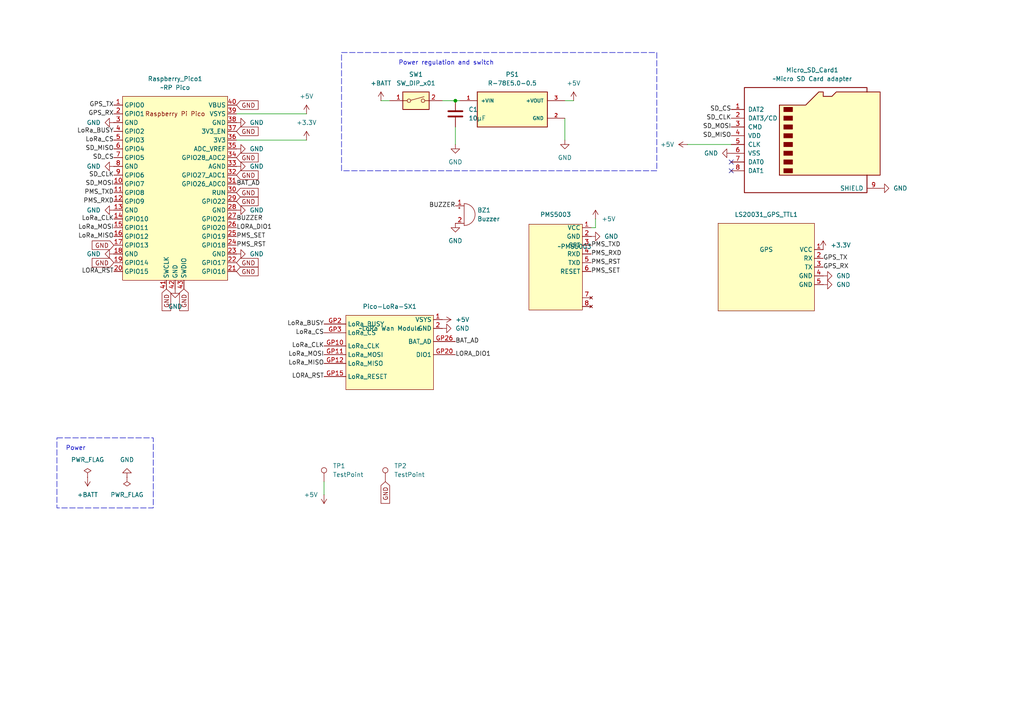
<source format=kicad_sch>
(kicad_sch
	(version 20231120)
	(generator "eeschema")
	(generator_version "8.0")
	(uuid "87853a8e-d12a-44e3-b6c1-b83f44f8b90a")
	(paper "A4")
	(title_block
		(title "AEROSAT_MAIN_BOARD")
		(rev "v01")
		(comment 4 "Florian Topeza")
	)
	(lib_symbols
		(symbol "Connector:Micro_SD_Card"
			(pin_names
				(offset 1.016)
			)
			(exclude_from_sim no)
			(in_bom yes)
			(on_board yes)
			(property "Reference" "J"
				(at -16.51 15.24 0)
				(effects
					(font
						(size 1.27 1.27)
					)
				)
			)
			(property "Value" "Micro_SD_Card"
				(at 16.51 15.24 0)
				(effects
					(font
						(size 1.27 1.27)
					)
					(justify right)
				)
			)
			(property "Footprint" ""
				(at 29.21 7.62 0)
				(effects
					(font
						(size 1.27 1.27)
					)
					(hide yes)
				)
			)
			(property "Datasheet" "http://katalog.we-online.de/em/datasheet/693072010801.pdf"
				(at 0 0 0)
				(effects
					(font
						(size 1.27 1.27)
					)
					(hide yes)
				)
			)
			(property "Description" "Micro SD Card Socket"
				(at 0 0 0)
				(effects
					(font
						(size 1.27 1.27)
					)
					(hide yes)
				)
			)
			(property "ki_keywords" "connector SD microsd"
				(at 0 0 0)
				(effects
					(font
						(size 1.27 1.27)
					)
					(hide yes)
				)
			)
			(property "ki_fp_filters" "microSD*"
				(at 0 0 0)
				(effects
					(font
						(size 1.27 1.27)
					)
					(hide yes)
				)
			)
			(symbol "Micro_SD_Card_0_1"
				(rectangle
					(start -7.62 -9.525)
					(end -5.08 -10.795)
					(stroke
						(width 0)
						(type default)
					)
					(fill
						(type outline)
					)
				)
				(rectangle
					(start -7.62 -6.985)
					(end -5.08 -8.255)
					(stroke
						(width 0)
						(type default)
					)
					(fill
						(type outline)
					)
				)
				(rectangle
					(start -7.62 -4.445)
					(end -5.08 -5.715)
					(stroke
						(width 0)
						(type default)
					)
					(fill
						(type outline)
					)
				)
				(rectangle
					(start -7.62 -1.905)
					(end -5.08 -3.175)
					(stroke
						(width 0)
						(type default)
					)
					(fill
						(type outline)
					)
				)
				(rectangle
					(start -7.62 0.635)
					(end -5.08 -0.635)
					(stroke
						(width 0)
						(type default)
					)
					(fill
						(type outline)
					)
				)
				(rectangle
					(start -7.62 3.175)
					(end -5.08 1.905)
					(stroke
						(width 0)
						(type default)
					)
					(fill
						(type outline)
					)
				)
				(rectangle
					(start -7.62 5.715)
					(end -5.08 4.445)
					(stroke
						(width 0)
						(type default)
					)
					(fill
						(type outline)
					)
				)
				(rectangle
					(start -7.62 8.255)
					(end -5.08 6.985)
					(stroke
						(width 0)
						(type default)
					)
					(fill
						(type outline)
					)
				)
				(polyline
					(pts
						(xy 16.51 12.7) (xy 16.51 13.97) (xy -19.05 13.97) (xy -19.05 -16.51) (xy 16.51 -16.51) (xy 16.51 -11.43)
					)
					(stroke
						(width 0.254)
						(type default)
					)
					(fill
						(type none)
					)
				)
				(polyline
					(pts
						(xy -8.89 -11.43) (xy -8.89 8.89) (xy -1.27 8.89) (xy 2.54 12.7) (xy 3.81 12.7) (xy 3.81 11.43)
						(xy 6.35 11.43) (xy 7.62 12.7) (xy 20.32 12.7) (xy 20.32 -11.43) (xy -8.89 -11.43)
					)
					(stroke
						(width 0.254)
						(type default)
					)
					(fill
						(type background)
					)
				)
			)
			(symbol "Micro_SD_Card_1_1"
				(pin bidirectional line
					(at -22.86 7.62 0)
					(length 3.81)
					(name "DAT2"
						(effects
							(font
								(size 1.27 1.27)
							)
						)
					)
					(number "1"
						(effects
							(font
								(size 1.27 1.27)
							)
						)
					)
				)
				(pin bidirectional line
					(at -22.86 5.08 0)
					(length 3.81)
					(name "DAT3/CD"
						(effects
							(font
								(size 1.27 1.27)
							)
						)
					)
					(number "2"
						(effects
							(font
								(size 1.27 1.27)
							)
						)
					)
				)
				(pin input line
					(at -22.86 2.54 0)
					(length 3.81)
					(name "CMD"
						(effects
							(font
								(size 1.27 1.27)
							)
						)
					)
					(number "3"
						(effects
							(font
								(size 1.27 1.27)
							)
						)
					)
				)
				(pin power_in line
					(at -22.86 0 0)
					(length 3.81)
					(name "VDD"
						(effects
							(font
								(size 1.27 1.27)
							)
						)
					)
					(number "4"
						(effects
							(font
								(size 1.27 1.27)
							)
						)
					)
				)
				(pin input line
					(at -22.86 -2.54 0)
					(length 3.81)
					(name "CLK"
						(effects
							(font
								(size 1.27 1.27)
							)
						)
					)
					(number "5"
						(effects
							(font
								(size 1.27 1.27)
							)
						)
					)
				)
				(pin power_in line
					(at -22.86 -5.08 0)
					(length 3.81)
					(name "VSS"
						(effects
							(font
								(size 1.27 1.27)
							)
						)
					)
					(number "6"
						(effects
							(font
								(size 1.27 1.27)
							)
						)
					)
				)
				(pin bidirectional line
					(at -22.86 -7.62 0)
					(length 3.81)
					(name "DAT0"
						(effects
							(font
								(size 1.27 1.27)
							)
						)
					)
					(number "7"
						(effects
							(font
								(size 1.27 1.27)
							)
						)
					)
				)
				(pin bidirectional line
					(at -22.86 -10.16 0)
					(length 3.81)
					(name "DAT1"
						(effects
							(font
								(size 1.27 1.27)
							)
						)
					)
					(number "8"
						(effects
							(font
								(size 1.27 1.27)
							)
						)
					)
				)
				(pin passive line
					(at 20.32 -15.24 180)
					(length 3.81)
					(name "SHIELD"
						(effects
							(font
								(size 1.27 1.27)
							)
						)
					)
					(number "9"
						(effects
							(font
								(size 1.27 1.27)
							)
						)
					)
				)
			)
		)
		(symbol "Connector:TestPoint"
			(pin_numbers hide)
			(pin_names
				(offset 0.762) hide)
			(exclude_from_sim no)
			(in_bom yes)
			(on_board yes)
			(property "Reference" "TP"
				(at 0 6.858 0)
				(effects
					(font
						(size 1.27 1.27)
					)
				)
			)
			(property "Value" "TestPoint"
				(at 0 5.08 0)
				(effects
					(font
						(size 1.27 1.27)
					)
				)
			)
			(property "Footprint" ""
				(at 5.08 0 0)
				(effects
					(font
						(size 1.27 1.27)
					)
					(hide yes)
				)
			)
			(property "Datasheet" "~"
				(at 5.08 0 0)
				(effects
					(font
						(size 1.27 1.27)
					)
					(hide yes)
				)
			)
			(property "Description" "test point"
				(at 0 0 0)
				(effects
					(font
						(size 1.27 1.27)
					)
					(hide yes)
				)
			)
			(property "ki_keywords" "test point tp"
				(at 0 0 0)
				(effects
					(font
						(size 1.27 1.27)
					)
					(hide yes)
				)
			)
			(property "ki_fp_filters" "Pin* Test*"
				(at 0 0 0)
				(effects
					(font
						(size 1.27 1.27)
					)
					(hide yes)
				)
			)
			(symbol "TestPoint_0_1"
				(circle
					(center 0 3.302)
					(radius 0.762)
					(stroke
						(width 0)
						(type default)
					)
					(fill
						(type none)
					)
				)
			)
			(symbol "TestPoint_1_1"
				(pin passive line
					(at 0 0 90)
					(length 2.54)
					(name "1"
						(effects
							(font
								(size 1.27 1.27)
							)
						)
					)
					(number "1"
						(effects
							(font
								(size 1.27 1.27)
							)
						)
					)
				)
			)
		)
		(symbol "Device:Buzzer"
			(pin_names
				(offset 0.0254) hide)
			(exclude_from_sim no)
			(in_bom yes)
			(on_board yes)
			(property "Reference" "BZ"
				(at 3.81 1.27 0)
				(effects
					(font
						(size 1.27 1.27)
					)
					(justify left)
				)
			)
			(property "Value" "Buzzer"
				(at 3.81 -1.27 0)
				(effects
					(font
						(size 1.27 1.27)
					)
					(justify left)
				)
			)
			(property "Footprint" ""
				(at -0.635 2.54 90)
				(effects
					(font
						(size 1.27 1.27)
					)
					(hide yes)
				)
			)
			(property "Datasheet" "~"
				(at -0.635 2.54 90)
				(effects
					(font
						(size 1.27 1.27)
					)
					(hide yes)
				)
			)
			(property "Description" "Buzzer, polarized"
				(at 0 0 0)
				(effects
					(font
						(size 1.27 1.27)
					)
					(hide yes)
				)
			)
			(property "ki_keywords" "quartz resonator ceramic"
				(at 0 0 0)
				(effects
					(font
						(size 1.27 1.27)
					)
					(hide yes)
				)
			)
			(property "ki_fp_filters" "*Buzzer*"
				(at 0 0 0)
				(effects
					(font
						(size 1.27 1.27)
					)
					(hide yes)
				)
			)
			(symbol "Buzzer_0_1"
				(arc
					(start 0 -3.175)
					(mid 3.1612 0)
					(end 0 3.175)
					(stroke
						(width 0)
						(type default)
					)
					(fill
						(type none)
					)
				)
				(polyline
					(pts
						(xy -1.651 1.905) (xy -1.143 1.905)
					)
					(stroke
						(width 0)
						(type default)
					)
					(fill
						(type none)
					)
				)
				(polyline
					(pts
						(xy -1.397 2.159) (xy -1.397 1.651)
					)
					(stroke
						(width 0)
						(type default)
					)
					(fill
						(type none)
					)
				)
				(polyline
					(pts
						(xy 0 3.175) (xy 0 -3.175)
					)
					(stroke
						(width 0)
						(type default)
					)
					(fill
						(type none)
					)
				)
			)
			(symbol "Buzzer_1_1"
				(pin passive line
					(at -2.54 2.54 0)
					(length 2.54)
					(name "+"
						(effects
							(font
								(size 1.27 1.27)
							)
						)
					)
					(number "1"
						(effects
							(font
								(size 1.27 1.27)
							)
						)
					)
				)
				(pin passive line
					(at -2.54 -2.54 0)
					(length 2.54)
					(name "-"
						(effects
							(font
								(size 1.27 1.27)
							)
						)
					)
					(number "2"
						(effects
							(font
								(size 1.27 1.27)
							)
						)
					)
				)
			)
		)
		(symbol "Device:C"
			(pin_numbers hide)
			(pin_names
				(offset 0.254)
			)
			(exclude_from_sim no)
			(in_bom yes)
			(on_board yes)
			(property "Reference" "C"
				(at 0.635 2.54 0)
				(effects
					(font
						(size 1.27 1.27)
					)
					(justify left)
				)
			)
			(property "Value" "C"
				(at 0.635 -2.54 0)
				(effects
					(font
						(size 1.27 1.27)
					)
					(justify left)
				)
			)
			(property "Footprint" ""
				(at 0.9652 -3.81 0)
				(effects
					(font
						(size 1.27 1.27)
					)
					(hide yes)
				)
			)
			(property "Datasheet" "~"
				(at 0 0 0)
				(effects
					(font
						(size 1.27 1.27)
					)
					(hide yes)
				)
			)
			(property "Description" "Unpolarized capacitor"
				(at 0 0 0)
				(effects
					(font
						(size 1.27 1.27)
					)
					(hide yes)
				)
			)
			(property "ki_keywords" "cap capacitor"
				(at 0 0 0)
				(effects
					(font
						(size 1.27 1.27)
					)
					(hide yes)
				)
			)
			(property "ki_fp_filters" "C_*"
				(at 0 0 0)
				(effects
					(font
						(size 1.27 1.27)
					)
					(hide yes)
				)
			)
			(symbol "C_0_1"
				(polyline
					(pts
						(xy -2.032 -0.762) (xy 2.032 -0.762)
					)
					(stroke
						(width 0.508)
						(type default)
					)
					(fill
						(type none)
					)
				)
				(polyline
					(pts
						(xy -2.032 0.762) (xy 2.032 0.762)
					)
					(stroke
						(width 0.508)
						(type default)
					)
					(fill
						(type none)
					)
				)
			)
			(symbol "C_1_1"
				(pin passive line
					(at 0 3.81 270)
					(length 2.794)
					(name "~"
						(effects
							(font
								(size 1.27 1.27)
							)
						)
					)
					(number "1"
						(effects
							(font
								(size 1.27 1.27)
							)
						)
					)
				)
				(pin passive line
					(at 0 -3.81 90)
					(length 2.794)
					(name "~"
						(effects
							(font
								(size 1.27 1.27)
							)
						)
					)
					(number "2"
						(effects
							(font
								(size 1.27 1.27)
							)
						)
					)
				)
			)
		)
		(symbol "LS20031:LS20031_GPS"
			(exclude_from_sim no)
			(in_bom yes)
			(on_board yes)
			(property "Reference" "LS20031_GPS_TTL"
				(at 0 2.54 0)
				(effects
					(font
						(size 1.27 1.27)
					)
				)
			)
			(property "Value" ""
				(at 0 0 0)
				(effects
					(font
						(size 1.27 1.27)
					)
					(hide yes)
				)
			)
			(property "Footprint" ""
				(at 0 0 0)
				(effects
					(font
						(size 1.27 1.27)
					)
					(hide yes)
				)
			)
			(property "Datasheet" "https://1drv.ms/b/s!AqFrFVBmIDTigf5nGHnTNMVoa-xJ7Q?e=424wZm"
				(at -15.24 -12.7 0)
				(effects
					(font
						(size 1.27 1.27)
					)
					(hide yes)
				)
			)
			(property "Description" ""
				(at 0 0 0)
				(effects
					(font
						(size 1.27 1.27)
					)
					(hide yes)
				)
			)
			(symbol "LS20031_GPS_1_1"
				(rectangle
					(start -13.97 7.62)
					(end 13.97 -17.78)
					(stroke
						(width 0)
						(type default)
					)
					(fill
						(type background)
					)
				)
				(pin power_in line
					(at 16.51 0 180)
					(length 2.54)
					(name "VCC"
						(effects
							(font
								(size 1.27 1.27)
							)
						)
					)
					(number "1"
						(effects
							(font
								(size 1.27 1.27)
							)
						)
					)
				)
				(pin input line
					(at 16.51 -2.54 180)
					(length 2.54)
					(name "RX"
						(effects
							(font
								(size 1.27 1.27)
							)
						)
					)
					(number "2"
						(effects
							(font
								(size 1.27 1.27)
							)
						)
					)
				)
				(pin output line
					(at 16.51 -5.08 180)
					(length 2.54)
					(name "TX"
						(effects
							(font
								(size 1.27 1.27)
							)
						)
					)
					(number "3"
						(effects
							(font
								(size 1.27 1.27)
							)
						)
					)
				)
				(pin power_in line
					(at 16.51 -7.62 180)
					(length 2.54)
					(name "GND"
						(effects
							(font
								(size 1.27 1.27)
							)
						)
					)
					(number "4"
						(effects
							(font
								(size 1.27 1.27)
							)
						)
					)
				)
				(pin power_in line
					(at 16.51 -10.16 180)
					(length 2.54)
					(name "GND"
						(effects
							(font
								(size 1.27 1.27)
							)
						)
					)
					(number "5"
						(effects
							(font
								(size 1.27 1.27)
							)
						)
					)
				)
			)
		)
		(symbol "LoRa_Module:Pico-LoRa-SX1262"
			(exclude_from_sim no)
			(in_bom yes)
			(on_board yes)
			(property "Reference" "Pico-LoRa-SX1262"
				(at 0 11.43 0)
				(effects
					(font
						(size 1.27 1.27)
					)
				)
			)
			(property "Value" ""
				(at 0 0 0)
				(effects
					(font
						(size 1.27 1.27)
					)
				)
			)
			(property "Footprint" ""
				(at 0 0 0)
				(effects
					(font
						(size 1.27 1.27)
					)
					(hide yes)
				)
			)
			(property "Datasheet" ""
				(at 0 0 0)
				(effects
					(font
						(size 1.27 1.27)
					)
					(hide yes)
				)
			)
			(property "Description" ""
				(at 0 0 0)
				(effects
					(font
						(size 1.27 1.27)
					)
					(hide yes)
				)
			)
			(symbol "Pico-LoRa-SX1262_1_1"
				(rectangle
					(start -12.7 3.81)
					(end 12.7 -17.78)
					(stroke
						(width 0)
						(type default)
					)
					(fill
						(type background)
					)
				)
				(pin power_in line
					(at 15.24 2.54 180)
					(length 2.54)
					(name "VSYS"
						(effects
							(font
								(size 1.27 1.27)
							)
						)
					)
					(number "1"
						(effects
							(font
								(size 1.27 1.27)
							)
						)
					)
				)
				(pin power_in line
					(at 15.24 0 180)
					(length 2.54)
					(name "GND"
						(effects
							(font
								(size 1.27 1.27)
							)
						)
					)
					(number "2"
						(effects
							(font
								(size 1.27 1.27)
							)
						)
					)
				)
				(pin input line
					(at -19.05 -5.08 0)
					(length 6.35)
					(name "LoRa_CLK"
						(effects
							(font
								(size 1.27 1.27)
							)
						)
					)
					(number "GP10"
						(effects
							(font
								(size 1.27 1.27)
							)
						)
					)
				)
				(pin input line
					(at -19.05 -7.62 0)
					(length 6.35)
					(name "LoRa_MOSI"
						(effects
							(font
								(size 1.27 1.27)
							)
						)
					)
					(number "GP11"
						(effects
							(font
								(size 1.27 1.27)
							)
						)
					)
				)
				(pin input line
					(at -19.05 -10.16 0)
					(length 6.35)
					(name "LoRa_MISO"
						(effects
							(font
								(size 1.27 1.27)
							)
						)
					)
					(number "GP12"
						(effects
							(font
								(size 1.27 1.27)
							)
						)
					)
				)
				(pin input line
					(at -19.05 -13.97 0)
					(length 6.35)
					(name "LoRa_RESET"
						(effects
							(font
								(size 1.27 1.27)
							)
						)
					)
					(number "GP15"
						(effects
							(font
								(size 1.27 1.27)
							)
						)
					)
				)
				(pin input line
					(at -19.05 1.27 0)
					(length 6.35)
					(name "LoRa_BUSY"
						(effects
							(font
								(size 1.27 1.27)
							)
						)
					)
					(number "GP2"
						(effects
							(font
								(size 1.27 1.27)
							)
						)
					)
				)
				(pin input line
					(at 19.05 -7.62 180)
					(length 6.35)
					(name "DIO1"
						(effects
							(font
								(size 1.27 1.27)
							)
						)
					)
					(number "GP20"
						(effects
							(font
								(size 1.27 1.27)
							)
						)
					)
				)
				(pin input line
					(at 19.05 -3.81 180)
					(length 6.35)
					(name "BAT_AD"
						(effects
							(font
								(size 1.27 1.27)
							)
						)
					)
					(number "GP26"
						(effects
							(font
								(size 1.27 1.27)
							)
						)
					)
				)
				(pin input line
					(at -19.05 -1.27 0)
					(length 6.35)
					(name "LoRa_CS"
						(effects
							(font
								(size 1.27 1.27)
							)
						)
					)
					(number "GP3"
						(effects
							(font
								(size 1.27 1.27)
							)
						)
					)
				)
			)
		)
		(symbol "PMS5003:PMS5003_Breakout_board"
			(exclude_from_sim no)
			(in_bom yes)
			(on_board yes)
			(property "Reference" "PMS5003"
				(at -20.32 17.78 0)
				(effects
					(font
						(size 1.27 1.27)
					)
				)
			)
			(property "Value" ""
				(at -13.716 9.779 0)
				(effects
					(font
						(size 1.27 1.27)
					)
				)
			)
			(property "Footprint" ""
				(at -13.716 9.779 0)
				(effects
					(font
						(size 1.27 1.27)
					)
					(hide yes)
				)
			)
			(property "Datasheet" ""
				(at -13.716 9.779 0)
				(effects
					(font
						(size 1.27 1.27)
					)
					(hide yes)
				)
			)
			(property "Description" ""
				(at 0 0 0)
				(effects
					(font
						(size 1.27 1.27)
					)
					(hide yes)
				)
			)
			(symbol "PMS5003_Breakout_board_1_1"
				(rectangle
					(start -26.924 16.256)
					(end -11.43 -8.636)
					(stroke
						(width 0)
						(type default)
					)
					(fill
						(type background)
					)
				)
				(pin power_in line
					(at -8.89 15.24 180)
					(length 2.54)
					(name "VCC"
						(effects
							(font
								(size 1.27 1.27)
							)
						)
					)
					(number "1"
						(effects
							(font
								(size 1.27 1.27)
							)
						)
					)
				)
				(pin power_in line
					(at -8.89 12.7 180)
					(length 2.54)
					(name "GND"
						(effects
							(font
								(size 1.27 1.27)
							)
						)
					)
					(number "2"
						(effects
							(font
								(size 1.27 1.27)
							)
						)
					)
				)
				(pin input line
					(at -8.89 10.16 180)
					(length 2.54)
					(name "SET"
						(effects
							(font
								(size 1.27 1.27)
							)
						)
					)
					(number "3"
						(effects
							(font
								(size 1.27 1.27)
							)
						)
					)
				)
				(pin input line
					(at -8.89 7.62 180)
					(length 2.54)
					(name "RXD"
						(effects
							(font
								(size 1.27 1.27)
							)
						)
					)
					(number "4"
						(effects
							(font
								(size 1.27 1.27)
							)
						)
					)
				)
				(pin output line
					(at -8.89 5.08 180)
					(length 2.54)
					(name "TXD"
						(effects
							(font
								(size 1.27 1.27)
							)
						)
					)
					(number "5"
						(effects
							(font
								(size 1.27 1.27)
							)
						)
					)
				)
				(pin input line
					(at -8.89 2.54 180)
					(length 2.54)
					(name "RESET"
						(effects
							(font
								(size 1.27 1.27)
							)
						)
					)
					(number "6"
						(effects
							(font
								(size 1.27 1.27)
							)
						)
					)
				)
				(pin no_connect line
					(at -8.89 -5.08 180)
					(length 2.54)
					(name ""
						(effects
							(font
								(size 1.27 1.27)
							)
						)
					)
					(number "7"
						(effects
							(font
								(size 1.27 1.27)
							)
						)
					)
				)
				(pin no_connect line
					(at -8.89 -7.62 180)
					(length 2.54)
					(name ""
						(effects
							(font
								(size 1.27 1.27)
							)
						)
					)
					(number "8"
						(effects
							(font
								(size 1.27 1.27)
							)
						)
					)
				)
			)
		)
		(symbol "R-78E5.0-0.5:R-78E5.0-0.5"
			(pin_names
				(offset 1.016)
			)
			(exclude_from_sim no)
			(in_bom yes)
			(on_board yes)
			(property "Reference" "PS"
				(at -10.1639 6.3579 0)
				(effects
					(font
						(size 1.27 1.27)
					)
					(justify left bottom)
				)
			)
			(property "Value" "R-78E5.0-0.5"
				(at -10.1614 -7.6227 0)
				(effects
					(font
						(size 1.27 1.27)
					)
					(justify left bottom)
				)
			)
			(property "Footprint" "R-78E5.0-0.5:CONV_R-78E5.0-0.5"
				(at 0 0 0)
				(effects
					(font
						(size 1.27 1.27)
					)
					(justify bottom)
					(hide yes)
				)
			)
			(property "Datasheet" ""
				(at 0 0 0)
				(effects
					(font
						(size 1.27 1.27)
					)
					(hide yes)
				)
			)
			(property "Description" "\nDC/DC Converter; 0.5A 5V OUT SIP VERT | RECOM Power Inc. R-78E5.0-0.5\n"
				(at 0 0 0)
				(effects
					(font
						(size 1.27 1.27)
					)
					(justify bottom)
					(hide yes)
				)
			)
			(property "MF" "Recom Power"
				(at 0 0 0)
				(effects
					(font
						(size 1.27 1.27)
					)
					(justify bottom)
					(hide yes)
				)
			)
			(property "MAXIMUM_PACKAGE_HEIGHT" "10.40mm"
				(at 0 0 0)
				(effects
					(font
						(size 1.27 1.27)
					)
					(justify bottom)
					(hide yes)
				)
			)
			(property "Package" "SIP-3 Recom Power"
				(at 0 0 0)
				(effects
					(font
						(size 1.27 1.27)
					)
					(justify bottom)
					(hide yes)
				)
			)
			(property "Price" "None"
				(at 0 0 0)
				(effects
					(font
						(size 1.27 1.27)
					)
					(justify bottom)
					(hide yes)
				)
			)
			(property "Check_prices" "https://www.snapeda.com/parts/R-78E5.0-0.5/Recom+Power/view-part/?ref=eda"
				(at 0 0 0)
				(effects
					(font
						(size 1.27 1.27)
					)
					(justify bottom)
					(hide yes)
				)
			)
			(property "STANDARD" "Manufacturer Recommendations"
				(at 0 0 0)
				(effects
					(font
						(size 1.27 1.27)
					)
					(justify bottom)
					(hide yes)
				)
			)
			(property "PARTREV" "4"
				(at 0 0 0)
				(effects
					(font
						(size 1.27 1.27)
					)
					(justify bottom)
					(hide yes)
				)
			)
			(property "SnapEDA_Link" "https://www.snapeda.com/parts/R-78E5.0-0.5/Recom+Power/view-part/?ref=snap"
				(at 0 0 0)
				(effects
					(font
						(size 1.27 1.27)
					)
					(justify bottom)
					(hide yes)
				)
			)
			(property "MP" "R-78E5.0-0.5"
				(at 0 0 0)
				(effects
					(font
						(size 1.27 1.27)
					)
					(justify bottom)
					(hide yes)
				)
			)
			(property "Purchase-URL" "https://www.snapeda.com/api/url_track_click_mouser/?unipart_id=229067&manufacturer=Recom Power&part_name=R-78E5.0-0.5&search_term=None"
				(at 0 0 0)
				(effects
					(font
						(size 1.27 1.27)
					)
					(justify bottom)
					(hide yes)
				)
			)
			(property "Availability" "In Stock"
				(at 0 0 0)
				(effects
					(font
						(size 1.27 1.27)
					)
					(justify bottom)
					(hide yes)
				)
			)
			(property "MANUFACTURER" "RECOM"
				(at 0 0 0)
				(effects
					(font
						(size 1.27 1.27)
					)
					(justify bottom)
					(hide yes)
				)
			)
			(symbol "R-78E5.0-0.5_0_0"
				(rectangle
					(start -10.16 -5.08)
					(end 10.16 5.08)
					(stroke
						(width 0.254)
						(type default)
					)
					(fill
						(type background)
					)
				)
			)
			(symbol "R-78E5.0-0.5_1_0"
				(pin power_in line
					(at -15.24 2.54 0)
					(length 5.08)
					(name "+VIN"
						(effects
							(font
								(size 1.016 1.016)
							)
						)
					)
					(number "1"
						(effects
							(font
								(size 1.016 1.016)
							)
						)
					)
				)
				(pin power_in line
					(at 15.24 -2.54 180)
					(length 5.08)
					(name "GND"
						(effects
							(font
								(size 1.016 1.016)
							)
						)
					)
					(number "2"
						(effects
							(font
								(size 1.016 1.016)
							)
						)
					)
				)
				(pin power_out line
					(at 15.24 2.54 180)
					(length 5.08)
					(name "+VOUT"
						(effects
							(font
								(size 1.016 1.016)
							)
						)
					)
					(number "3"
						(effects
							(font
								(size 1.016 1.016)
							)
						)
					)
				)
			)
		)
		(symbol "RPi_Pico:Pico"
			(exclude_from_sim no)
			(in_bom yes)
			(on_board yes)
			(property "Reference" "U"
				(at -13.97 27.94 0)
				(effects
					(font
						(size 1.27 1.27)
					)
				)
			)
			(property "Value" "Pico"
				(at 0 19.05 0)
				(effects
					(font
						(size 1.27 1.27)
					)
				)
			)
			(property "Footprint" "RPi_Pico:RPi_Pico_SMD_TH"
				(at 0 0 90)
				(effects
					(font
						(size 1.27 1.27)
					)
					(hide yes)
				)
			)
			(property "Datasheet" ""
				(at 0 0 0)
				(effects
					(font
						(size 1.27 1.27)
					)
					(hide yes)
				)
			)
			(property "Description" ""
				(at 0 0 0)
				(effects
					(font
						(size 1.27 1.27)
					)
					(hide yes)
				)
			)
			(symbol "Pico_0_0"
				(text "Raspberry Pi Pico"
					(at 0 21.59 0)
					(effects
						(font
							(size 1.27 1.27)
						)
					)
				)
			)
			(symbol "Pico_0_1"
				(rectangle
					(start -15.24 26.67)
					(end 15.24 -26.67)
					(stroke
						(width 0)
						(type default)
					)
					(fill
						(type background)
					)
				)
			)
			(symbol "Pico_1_1"
				(pin bidirectional line
					(at -17.78 24.13 0)
					(length 2.54)
					(name "GPIO0"
						(effects
							(font
								(size 1.27 1.27)
							)
						)
					)
					(number "1"
						(effects
							(font
								(size 1.27 1.27)
							)
						)
					)
				)
				(pin bidirectional line
					(at -17.78 1.27 0)
					(length 2.54)
					(name "GPIO7"
						(effects
							(font
								(size 1.27 1.27)
							)
						)
					)
					(number "10"
						(effects
							(font
								(size 1.27 1.27)
							)
						)
					)
				)
				(pin bidirectional line
					(at -17.78 -1.27 0)
					(length 2.54)
					(name "GPIO8"
						(effects
							(font
								(size 1.27 1.27)
							)
						)
					)
					(number "11"
						(effects
							(font
								(size 1.27 1.27)
							)
						)
					)
				)
				(pin bidirectional line
					(at -17.78 -3.81 0)
					(length 2.54)
					(name "GPIO9"
						(effects
							(font
								(size 1.27 1.27)
							)
						)
					)
					(number "12"
						(effects
							(font
								(size 1.27 1.27)
							)
						)
					)
				)
				(pin power_in line
					(at -17.78 -6.35 0)
					(length 2.54)
					(name "GND"
						(effects
							(font
								(size 1.27 1.27)
							)
						)
					)
					(number "13"
						(effects
							(font
								(size 1.27 1.27)
							)
						)
					)
				)
				(pin bidirectional line
					(at -17.78 -8.89 0)
					(length 2.54)
					(name "GPIO10"
						(effects
							(font
								(size 1.27 1.27)
							)
						)
					)
					(number "14"
						(effects
							(font
								(size 1.27 1.27)
							)
						)
					)
				)
				(pin bidirectional line
					(at -17.78 -11.43 0)
					(length 2.54)
					(name "GPIO11"
						(effects
							(font
								(size 1.27 1.27)
							)
						)
					)
					(number "15"
						(effects
							(font
								(size 1.27 1.27)
							)
						)
					)
				)
				(pin bidirectional line
					(at -17.78 -13.97 0)
					(length 2.54)
					(name "GPIO12"
						(effects
							(font
								(size 1.27 1.27)
							)
						)
					)
					(number "16"
						(effects
							(font
								(size 1.27 1.27)
							)
						)
					)
				)
				(pin bidirectional line
					(at -17.78 -16.51 0)
					(length 2.54)
					(name "GPIO13"
						(effects
							(font
								(size 1.27 1.27)
							)
						)
					)
					(number "17"
						(effects
							(font
								(size 1.27 1.27)
							)
						)
					)
				)
				(pin power_in line
					(at -17.78 -19.05 0)
					(length 2.54)
					(name "GND"
						(effects
							(font
								(size 1.27 1.27)
							)
						)
					)
					(number "18"
						(effects
							(font
								(size 1.27 1.27)
							)
						)
					)
				)
				(pin bidirectional line
					(at -17.78 -21.59 0)
					(length 2.54)
					(name "GPIO14"
						(effects
							(font
								(size 1.27 1.27)
							)
						)
					)
					(number "19"
						(effects
							(font
								(size 1.27 1.27)
							)
						)
					)
				)
				(pin bidirectional line
					(at -17.78 21.59 0)
					(length 2.54)
					(name "GPIO1"
						(effects
							(font
								(size 1.27 1.27)
							)
						)
					)
					(number "2"
						(effects
							(font
								(size 1.27 1.27)
							)
						)
					)
				)
				(pin bidirectional line
					(at -17.78 -24.13 0)
					(length 2.54)
					(name "GPIO15"
						(effects
							(font
								(size 1.27 1.27)
							)
						)
					)
					(number "20"
						(effects
							(font
								(size 1.27 1.27)
							)
						)
					)
				)
				(pin bidirectional line
					(at 17.78 -24.13 180)
					(length 2.54)
					(name "GPIO16"
						(effects
							(font
								(size 1.27 1.27)
							)
						)
					)
					(number "21"
						(effects
							(font
								(size 1.27 1.27)
							)
						)
					)
				)
				(pin bidirectional line
					(at 17.78 -21.59 180)
					(length 2.54)
					(name "GPIO17"
						(effects
							(font
								(size 1.27 1.27)
							)
						)
					)
					(number "22"
						(effects
							(font
								(size 1.27 1.27)
							)
						)
					)
				)
				(pin power_in line
					(at 17.78 -19.05 180)
					(length 2.54)
					(name "GND"
						(effects
							(font
								(size 1.27 1.27)
							)
						)
					)
					(number "23"
						(effects
							(font
								(size 1.27 1.27)
							)
						)
					)
				)
				(pin bidirectional line
					(at 17.78 -16.51 180)
					(length 2.54)
					(name "GPIO18"
						(effects
							(font
								(size 1.27 1.27)
							)
						)
					)
					(number "24"
						(effects
							(font
								(size 1.27 1.27)
							)
						)
					)
				)
				(pin bidirectional line
					(at 17.78 -13.97 180)
					(length 2.54)
					(name "GPIO19"
						(effects
							(font
								(size 1.27 1.27)
							)
						)
					)
					(number "25"
						(effects
							(font
								(size 1.27 1.27)
							)
						)
					)
				)
				(pin bidirectional line
					(at 17.78 -11.43 180)
					(length 2.54)
					(name "GPIO20"
						(effects
							(font
								(size 1.27 1.27)
							)
						)
					)
					(number "26"
						(effects
							(font
								(size 1.27 1.27)
							)
						)
					)
				)
				(pin bidirectional line
					(at 17.78 -8.89 180)
					(length 2.54)
					(name "GPIO21"
						(effects
							(font
								(size 1.27 1.27)
							)
						)
					)
					(number "27"
						(effects
							(font
								(size 1.27 1.27)
							)
						)
					)
				)
				(pin power_in line
					(at 17.78 -6.35 180)
					(length 2.54)
					(name "GND"
						(effects
							(font
								(size 1.27 1.27)
							)
						)
					)
					(number "28"
						(effects
							(font
								(size 1.27 1.27)
							)
						)
					)
				)
				(pin bidirectional line
					(at 17.78 -3.81 180)
					(length 2.54)
					(name "GPIO22"
						(effects
							(font
								(size 1.27 1.27)
							)
						)
					)
					(number "29"
						(effects
							(font
								(size 1.27 1.27)
							)
						)
					)
				)
				(pin power_in line
					(at -17.78 19.05 0)
					(length 2.54)
					(name "GND"
						(effects
							(font
								(size 1.27 1.27)
							)
						)
					)
					(number "3"
						(effects
							(font
								(size 1.27 1.27)
							)
						)
					)
				)
				(pin input line
					(at 17.78 -1.27 180)
					(length 2.54)
					(name "RUN"
						(effects
							(font
								(size 1.27 1.27)
							)
						)
					)
					(number "30"
						(effects
							(font
								(size 1.27 1.27)
							)
						)
					)
				)
				(pin bidirectional line
					(at 17.78 1.27 180)
					(length 2.54)
					(name "GPIO26_ADC0"
						(effects
							(font
								(size 1.27 1.27)
							)
						)
					)
					(number "31"
						(effects
							(font
								(size 1.27 1.27)
							)
						)
					)
				)
				(pin bidirectional line
					(at 17.78 3.81 180)
					(length 2.54)
					(name "GPIO27_ADC1"
						(effects
							(font
								(size 1.27 1.27)
							)
						)
					)
					(number "32"
						(effects
							(font
								(size 1.27 1.27)
							)
						)
					)
				)
				(pin power_in line
					(at 17.78 6.35 180)
					(length 2.54)
					(name "AGND"
						(effects
							(font
								(size 1.27 1.27)
							)
						)
					)
					(number "33"
						(effects
							(font
								(size 1.27 1.27)
							)
						)
					)
				)
				(pin bidirectional line
					(at 17.78 8.89 180)
					(length 2.54)
					(name "GPIO28_ADC2"
						(effects
							(font
								(size 1.27 1.27)
							)
						)
					)
					(number "34"
						(effects
							(font
								(size 1.27 1.27)
							)
						)
					)
				)
				(pin power_in line
					(at 17.78 11.43 180)
					(length 2.54)
					(name "ADC_VREF"
						(effects
							(font
								(size 1.27 1.27)
							)
						)
					)
					(number "35"
						(effects
							(font
								(size 1.27 1.27)
							)
						)
					)
				)
				(pin power_out line
					(at 17.78 13.97 180)
					(length 2.54)
					(name "3V3"
						(effects
							(font
								(size 1.27 1.27)
							)
						)
					)
					(number "36"
						(effects
							(font
								(size 1.27 1.27)
							)
						)
					)
				)
				(pin input line
					(at 17.78 16.51 180)
					(length 2.54)
					(name "3V3_EN"
						(effects
							(font
								(size 1.27 1.27)
							)
						)
					)
					(number "37"
						(effects
							(font
								(size 1.27 1.27)
							)
						)
					)
				)
				(pin power_in line
					(at 17.78 19.05 180)
					(length 2.54)
					(name "GND"
						(effects
							(font
								(size 1.27 1.27)
							)
						)
					)
					(number "38"
						(effects
							(font
								(size 1.27 1.27)
							)
						)
					)
				)
				(pin power_in line
					(at 17.78 21.59 180)
					(length 2.54)
					(name "VSYS"
						(effects
							(font
								(size 1.27 1.27)
							)
						)
					)
					(number "39"
						(effects
							(font
								(size 1.27 1.27)
							)
						)
					)
				)
				(pin bidirectional line
					(at -17.78 16.51 0)
					(length 2.54)
					(name "GPIO2"
						(effects
							(font
								(size 1.27 1.27)
							)
						)
					)
					(number "4"
						(effects
							(font
								(size 1.27 1.27)
							)
						)
					)
				)
				(pin power_out line
					(at 17.78 24.13 180)
					(length 2.54)
					(name "VBUS"
						(effects
							(font
								(size 1.27 1.27)
							)
						)
					)
					(number "40"
						(effects
							(font
								(size 1.27 1.27)
							)
						)
					)
				)
				(pin input line
					(at -2.54 -29.21 90)
					(length 2.54)
					(name "SWCLK"
						(effects
							(font
								(size 1.27 1.27)
							)
						)
					)
					(number "41"
						(effects
							(font
								(size 1.27 1.27)
							)
						)
					)
				)
				(pin power_in line
					(at 0 -29.21 90)
					(length 2.54)
					(name "GND"
						(effects
							(font
								(size 1.27 1.27)
							)
						)
					)
					(number "42"
						(effects
							(font
								(size 1.27 1.27)
							)
						)
					)
				)
				(pin bidirectional line
					(at 2.54 -29.21 90)
					(length 2.54)
					(name "SWDIO"
						(effects
							(font
								(size 1.27 1.27)
							)
						)
					)
					(number "43"
						(effects
							(font
								(size 1.27 1.27)
							)
						)
					)
				)
				(pin bidirectional line
					(at -17.78 13.97 0)
					(length 2.54)
					(name "GPIO3"
						(effects
							(font
								(size 1.27 1.27)
							)
						)
					)
					(number "5"
						(effects
							(font
								(size 1.27 1.27)
							)
						)
					)
				)
				(pin bidirectional line
					(at -17.78 11.43 0)
					(length 2.54)
					(name "GPIO4"
						(effects
							(font
								(size 1.27 1.27)
							)
						)
					)
					(number "6"
						(effects
							(font
								(size 1.27 1.27)
							)
						)
					)
				)
				(pin bidirectional line
					(at -17.78 8.89 0)
					(length 2.54)
					(name "GPIO5"
						(effects
							(font
								(size 1.27 1.27)
							)
						)
					)
					(number "7"
						(effects
							(font
								(size 1.27 1.27)
							)
						)
					)
				)
				(pin power_in line
					(at -17.78 6.35 0)
					(length 2.54)
					(name "GND"
						(effects
							(font
								(size 1.27 1.27)
							)
						)
					)
					(number "8"
						(effects
							(font
								(size 1.27 1.27)
							)
						)
					)
				)
				(pin bidirectional line
					(at -17.78 3.81 0)
					(length 2.54)
					(name "GPIO6"
						(effects
							(font
								(size 1.27 1.27)
							)
						)
					)
					(number "9"
						(effects
							(font
								(size 1.27 1.27)
							)
						)
					)
				)
			)
		)
		(symbol "Switch:SW_DIP_x01"
			(pin_names
				(offset 0) hide)
			(exclude_from_sim no)
			(in_bom yes)
			(on_board yes)
			(property "Reference" "SW"
				(at 0 3.81 0)
				(effects
					(font
						(size 1.27 1.27)
					)
				)
			)
			(property "Value" "SW_DIP_x01"
				(at 0 -3.81 0)
				(effects
					(font
						(size 1.27 1.27)
					)
				)
			)
			(property "Footprint" ""
				(at 0 0 0)
				(effects
					(font
						(size 1.27 1.27)
					)
					(hide yes)
				)
			)
			(property "Datasheet" "~"
				(at 0 0 0)
				(effects
					(font
						(size 1.27 1.27)
					)
					(hide yes)
				)
			)
			(property "Description" "1x DIP Switch, Single Pole Single Throw (SPST) switch, small symbol"
				(at 0 0 0)
				(effects
					(font
						(size 1.27 1.27)
					)
					(hide yes)
				)
			)
			(property "ki_keywords" "dip switch"
				(at 0 0 0)
				(effects
					(font
						(size 1.27 1.27)
					)
					(hide yes)
				)
			)
			(property "ki_fp_filters" "SW?DIP?x1*"
				(at 0 0 0)
				(effects
					(font
						(size 1.27 1.27)
					)
					(hide yes)
				)
			)
			(symbol "SW_DIP_x01_0_0"
				(circle
					(center -2.032 0)
					(radius 0.508)
					(stroke
						(width 0)
						(type default)
					)
					(fill
						(type none)
					)
				)
				(polyline
					(pts
						(xy -1.524 0.127) (xy 2.3622 1.1684)
					)
					(stroke
						(width 0)
						(type default)
					)
					(fill
						(type none)
					)
				)
				(circle
					(center 2.032 0)
					(radius 0.508)
					(stroke
						(width 0)
						(type default)
					)
					(fill
						(type none)
					)
				)
			)
			(symbol "SW_DIP_x01_0_1"
				(rectangle
					(start -3.81 2.54)
					(end 3.81 -2.54)
					(stroke
						(width 0.254)
						(type default)
					)
					(fill
						(type background)
					)
				)
			)
			(symbol "SW_DIP_x01_1_1"
				(pin passive line
					(at -7.62 0 0)
					(length 5.08)
					(name "~"
						(effects
							(font
								(size 1.27 1.27)
							)
						)
					)
					(number "1"
						(effects
							(font
								(size 1.27 1.27)
							)
						)
					)
				)
				(pin passive line
					(at 7.62 0 180)
					(length 5.08)
					(name "~"
						(effects
							(font
								(size 1.27 1.27)
							)
						)
					)
					(number "2"
						(effects
							(font
								(size 1.27 1.27)
							)
						)
					)
				)
			)
		)
		(symbol "power:+3.3V"
			(power)
			(pin_numbers hide)
			(pin_names
				(offset 0) hide)
			(exclude_from_sim no)
			(in_bom yes)
			(on_board yes)
			(property "Reference" "#PWR"
				(at 0 -3.81 0)
				(effects
					(font
						(size 1.27 1.27)
					)
					(hide yes)
				)
			)
			(property "Value" "+3.3V"
				(at 0 3.556 0)
				(effects
					(font
						(size 1.27 1.27)
					)
				)
			)
			(property "Footprint" ""
				(at 0 0 0)
				(effects
					(font
						(size 1.27 1.27)
					)
					(hide yes)
				)
			)
			(property "Datasheet" ""
				(at 0 0 0)
				(effects
					(font
						(size 1.27 1.27)
					)
					(hide yes)
				)
			)
			(property "Description" "Power symbol creates a global label with name \"+3.3V\""
				(at 0 0 0)
				(effects
					(font
						(size 1.27 1.27)
					)
					(hide yes)
				)
			)
			(property "ki_keywords" "global power"
				(at 0 0 0)
				(effects
					(font
						(size 1.27 1.27)
					)
					(hide yes)
				)
			)
			(symbol "+3.3V_0_1"
				(polyline
					(pts
						(xy -0.762 1.27) (xy 0 2.54)
					)
					(stroke
						(width 0)
						(type default)
					)
					(fill
						(type none)
					)
				)
				(polyline
					(pts
						(xy 0 0) (xy 0 2.54)
					)
					(stroke
						(width 0)
						(type default)
					)
					(fill
						(type none)
					)
				)
				(polyline
					(pts
						(xy 0 2.54) (xy 0.762 1.27)
					)
					(stroke
						(width 0)
						(type default)
					)
					(fill
						(type none)
					)
				)
			)
			(symbol "+3.3V_1_1"
				(pin power_in line
					(at 0 0 90)
					(length 0)
					(name "~"
						(effects
							(font
								(size 1.27 1.27)
							)
						)
					)
					(number "1"
						(effects
							(font
								(size 1.27 1.27)
							)
						)
					)
				)
			)
		)
		(symbol "power:+5V"
			(power)
			(pin_numbers hide)
			(pin_names
				(offset 0) hide)
			(exclude_from_sim no)
			(in_bom yes)
			(on_board yes)
			(property "Reference" "#PWR"
				(at 0 -3.81 0)
				(effects
					(font
						(size 1.27 1.27)
					)
					(hide yes)
				)
			)
			(property "Value" "+5V"
				(at 0 3.556 0)
				(effects
					(font
						(size 1.27 1.27)
					)
				)
			)
			(property "Footprint" ""
				(at 0 0 0)
				(effects
					(font
						(size 1.27 1.27)
					)
					(hide yes)
				)
			)
			(property "Datasheet" ""
				(at 0 0 0)
				(effects
					(font
						(size 1.27 1.27)
					)
					(hide yes)
				)
			)
			(property "Description" "Power symbol creates a global label with name \"+5V\""
				(at 0 0 0)
				(effects
					(font
						(size 1.27 1.27)
					)
					(hide yes)
				)
			)
			(property "ki_keywords" "global power"
				(at 0 0 0)
				(effects
					(font
						(size 1.27 1.27)
					)
					(hide yes)
				)
			)
			(symbol "+5V_0_1"
				(polyline
					(pts
						(xy -0.762 1.27) (xy 0 2.54)
					)
					(stroke
						(width 0)
						(type default)
					)
					(fill
						(type none)
					)
				)
				(polyline
					(pts
						(xy 0 0) (xy 0 2.54)
					)
					(stroke
						(width 0)
						(type default)
					)
					(fill
						(type none)
					)
				)
				(polyline
					(pts
						(xy 0 2.54) (xy 0.762 1.27)
					)
					(stroke
						(width 0)
						(type default)
					)
					(fill
						(type none)
					)
				)
			)
			(symbol "+5V_1_1"
				(pin power_in line
					(at 0 0 90)
					(length 0)
					(name "~"
						(effects
							(font
								(size 1.27 1.27)
							)
						)
					)
					(number "1"
						(effects
							(font
								(size 1.27 1.27)
							)
						)
					)
				)
			)
		)
		(symbol "power:+BATT"
			(power)
			(pin_numbers hide)
			(pin_names
				(offset 0) hide)
			(exclude_from_sim no)
			(in_bom yes)
			(on_board yes)
			(property "Reference" "#PWR"
				(at 0 -3.81 0)
				(effects
					(font
						(size 1.27 1.27)
					)
					(hide yes)
				)
			)
			(property "Value" "+BATT"
				(at 0 3.556 0)
				(effects
					(font
						(size 1.27 1.27)
					)
				)
			)
			(property "Footprint" ""
				(at 0 0 0)
				(effects
					(font
						(size 1.27 1.27)
					)
					(hide yes)
				)
			)
			(property "Datasheet" ""
				(at 0 0 0)
				(effects
					(font
						(size 1.27 1.27)
					)
					(hide yes)
				)
			)
			(property "Description" "Power symbol creates a global label with name \"+BATT\""
				(at 0 0 0)
				(effects
					(font
						(size 1.27 1.27)
					)
					(hide yes)
				)
			)
			(property "ki_keywords" "global power battery"
				(at 0 0 0)
				(effects
					(font
						(size 1.27 1.27)
					)
					(hide yes)
				)
			)
			(symbol "+BATT_0_1"
				(polyline
					(pts
						(xy -0.762 1.27) (xy 0 2.54)
					)
					(stroke
						(width 0)
						(type default)
					)
					(fill
						(type none)
					)
				)
				(polyline
					(pts
						(xy 0 0) (xy 0 2.54)
					)
					(stroke
						(width 0)
						(type default)
					)
					(fill
						(type none)
					)
				)
				(polyline
					(pts
						(xy 0 2.54) (xy 0.762 1.27)
					)
					(stroke
						(width 0)
						(type default)
					)
					(fill
						(type none)
					)
				)
			)
			(symbol "+BATT_1_1"
				(pin power_in line
					(at 0 0 90)
					(length 0)
					(name "~"
						(effects
							(font
								(size 1.27 1.27)
							)
						)
					)
					(number "1"
						(effects
							(font
								(size 1.27 1.27)
							)
						)
					)
				)
			)
		)
		(symbol "power:GND"
			(power)
			(pin_numbers hide)
			(pin_names
				(offset 0) hide)
			(exclude_from_sim no)
			(in_bom yes)
			(on_board yes)
			(property "Reference" "#PWR"
				(at 0 -6.35 0)
				(effects
					(font
						(size 1.27 1.27)
					)
					(hide yes)
				)
			)
			(property "Value" "GND"
				(at 0 -3.81 0)
				(effects
					(font
						(size 1.27 1.27)
					)
				)
			)
			(property "Footprint" ""
				(at 0 0 0)
				(effects
					(font
						(size 1.27 1.27)
					)
					(hide yes)
				)
			)
			(property "Datasheet" ""
				(at 0 0 0)
				(effects
					(font
						(size 1.27 1.27)
					)
					(hide yes)
				)
			)
			(property "Description" "Power symbol creates a global label with name \"GND\" , ground"
				(at 0 0 0)
				(effects
					(font
						(size 1.27 1.27)
					)
					(hide yes)
				)
			)
			(property "ki_keywords" "global power"
				(at 0 0 0)
				(effects
					(font
						(size 1.27 1.27)
					)
					(hide yes)
				)
			)
			(symbol "GND_0_1"
				(polyline
					(pts
						(xy 0 0) (xy 0 -1.27) (xy 1.27 -1.27) (xy 0 -2.54) (xy -1.27 -1.27) (xy 0 -1.27)
					)
					(stroke
						(width 0)
						(type default)
					)
					(fill
						(type none)
					)
				)
			)
			(symbol "GND_1_1"
				(pin power_in line
					(at 0 0 270)
					(length 0)
					(name "~"
						(effects
							(font
								(size 1.27 1.27)
							)
						)
					)
					(number "1"
						(effects
							(font
								(size 1.27 1.27)
							)
						)
					)
				)
			)
		)
		(symbol "power:PWR_FLAG"
			(power)
			(pin_numbers hide)
			(pin_names
				(offset 0) hide)
			(exclude_from_sim no)
			(in_bom yes)
			(on_board yes)
			(property "Reference" "#FLG"
				(at 0 1.905 0)
				(effects
					(font
						(size 1.27 1.27)
					)
					(hide yes)
				)
			)
			(property "Value" "PWR_FLAG"
				(at 0 3.81 0)
				(effects
					(font
						(size 1.27 1.27)
					)
				)
			)
			(property "Footprint" ""
				(at 0 0 0)
				(effects
					(font
						(size 1.27 1.27)
					)
					(hide yes)
				)
			)
			(property "Datasheet" "~"
				(at 0 0 0)
				(effects
					(font
						(size 1.27 1.27)
					)
					(hide yes)
				)
			)
			(property "Description" "Special symbol for telling ERC where power comes from"
				(at 0 0 0)
				(effects
					(font
						(size 1.27 1.27)
					)
					(hide yes)
				)
			)
			(property "ki_keywords" "flag power"
				(at 0 0 0)
				(effects
					(font
						(size 1.27 1.27)
					)
					(hide yes)
				)
			)
			(symbol "PWR_FLAG_0_0"
				(pin power_out line
					(at 0 0 90)
					(length 0)
					(name "~"
						(effects
							(font
								(size 1.27 1.27)
							)
						)
					)
					(number "1"
						(effects
							(font
								(size 1.27 1.27)
							)
						)
					)
				)
			)
			(symbol "PWR_FLAG_0_1"
				(polyline
					(pts
						(xy 0 0) (xy 0 1.27) (xy -1.016 1.905) (xy 0 2.54) (xy 1.016 1.905) (xy 0 1.27)
					)
					(stroke
						(width 0)
						(type default)
					)
					(fill
						(type none)
					)
				)
			)
		)
	)
	(junction
		(at 132.08 29.21)
		(diameter 0)
		(color 0 0 0 0)
		(uuid "d1b20b6f-db1d-4540-8199-5ee9f8589e69")
	)
	(no_connect
		(at 212.09 46.99)
		(uuid "0194e472-cad4-4e06-b3d5-03b176a029a6")
	)
	(no_connect
		(at 212.09 49.53)
		(uuid "2f47b4fd-d6dd-4eb1-8480-ce0ce8ab3d32")
	)
	(wire
		(pts
			(xy 166.37 29.21) (xy 163.83 29.21)
		)
		(stroke
			(width 0)
			(type default)
		)
		(uuid "08ce001e-3d9a-40c1-843f-39840db1e7bc")
	)
	(wire
		(pts
			(xy 68.58 40.64) (xy 88.9 40.64)
		)
		(stroke
			(width 0)
			(type default)
		)
		(uuid "18acaefb-ec13-4c02-82db-d3e1147b79de")
	)
	(wire
		(pts
			(xy 132.08 36.83) (xy 132.08 41.91)
		)
		(stroke
			(width 0)
			(type default)
		)
		(uuid "1eb8db15-0bf6-46bb-9388-d24e9f0ce02e")
	)
	(wire
		(pts
			(xy 199.39 41.91) (xy 212.09 41.91)
		)
		(stroke
			(width 0)
			(type default)
		)
		(uuid "29bba64d-71b2-4526-9b95-a61ada1dfab6")
	)
	(wire
		(pts
			(xy 132.08 29.21) (xy 133.35 29.21)
		)
		(stroke
			(width 0)
			(type default)
		)
		(uuid "301b41f2-7c65-4613-947b-330bd49595b5")
	)
	(wire
		(pts
			(xy 68.58 33.02) (xy 88.9 33.02)
		)
		(stroke
			(width 0)
			(type default)
		)
		(uuid "4b3ce64b-d447-4947-8731-5d6a63d79063")
	)
	(wire
		(pts
			(xy 113.03 29.21) (xy 110.49 29.21)
		)
		(stroke
			(width 0)
			(type default)
		)
		(uuid "652b234a-98af-41b8-97e6-a4cd42f568cc")
	)
	(wire
		(pts
			(xy 128.27 29.21) (xy 132.08 29.21)
		)
		(stroke
			(width 0)
			(type default)
		)
		(uuid "a82cbe5f-7387-4736-8b4c-401b4d913738")
	)
	(wire
		(pts
			(xy 163.83 34.29) (xy 163.83 40.64)
		)
		(stroke
			(width 0)
			(type default)
		)
		(uuid "ba567230-77b4-44a9-b6ee-1795f7ae47ef")
	)
	(wire
		(pts
			(xy 171.45 66.04) (xy 172.72 66.04)
		)
		(stroke
			(width 0)
			(type default)
		)
		(uuid "cd683ac3-a3f4-487a-b00c-a80254641109")
	)
	(wire
		(pts
			(xy 93.98 139.7) (xy 93.98 143.51)
		)
		(stroke
			(width 0)
			(type default)
		)
		(uuid "db88102a-6e83-4294-ba65-aafb7f3bbd93")
	)
	(wire
		(pts
			(xy 172.72 63.5) (xy 172.72 66.04)
		)
		(stroke
			(width 0)
			(type default)
		)
		(uuid "ef7e8d34-778f-437b-ad6c-0972292c98b4")
	)
	(rectangle
		(start 44.45 142.24)
		(end 44.45 142.24)
		(stroke
			(width 0)
			(type default)
		)
		(fill
			(type none)
		)
		(uuid 147cf667-19fe-4ca7-a189-9b46e6a8bac1)
	)
	(rectangle
		(start 16.51 127)
		(end 44.45 147.32)
		(stroke
			(width 0)
			(type dash)
		)
		(fill
			(type none)
		)
		(uuid 62aa1e3d-b300-4b93-89bf-86e7c5e2b8fb)
	)
	(rectangle
		(start 99.06 15.24)
		(end 190.5 49.53)
		(stroke
			(width 0)
			(type dash)
		)
		(fill
			(type none)
		)
		(uuid d3b97eba-e334-4402-8f2b-ea9b14f8b788)
	)
	(text "Power regulation and switch"
		(exclude_from_sim no)
		(at 115.57 19.05 0)
		(effects
			(font
				(size 1.27 1.27)
			)
			(justify left bottom)
		)
		(uuid "093a19d3-5b38-4b3f-978d-9d066789c2f4")
	)
	(text "Power"
		(exclude_from_sim no)
		(at 19.05 130.81 0)
		(effects
			(font
				(size 1.27 1.27)
			)
			(justify left bottom)
		)
		(uuid "1514da6f-aa99-4b2c-8f19-d112999f668c")
	)
	(label "SD_CS"
		(at 212.09 31.75 180)
		(fields_autoplaced yes)
		(effects
			(font
				(size 1.27 1.27)
			)
			(justify right)
		)
		(uuid "09d23677-ae81-4bce-b2a6-888259706a1e")
		(property "Intersheetrefs" "${INTERSHEET_REFS}"
			(at 203.1782 31.75 0)
			(effects
				(font
					(size 1.27 1.27)
				)
				(justify right)
				(hide yes)
			)
		)
	)
	(label "BUZZER"
		(at 132.08 59.69 180)
		(fields_autoplaced yes)
		(effects
			(font
				(size 1.27 1.27)
			)
			(justify right)
		)
		(uuid "1f422af7-52cb-4f67-8a6f-27a3705f47b7")
		(property "Intersheetrefs" "${INTERSHEET_REFS}"
			(at 121.6563 59.69 0)
			(effects
				(font
					(size 1.27 1.27)
				)
				(justify right)
				(hide yes)
			)
		)
	)
	(label "SD_MOSI"
		(at 212.09 36.83 180)
		(fields_autoplaced yes)
		(effects
			(font
				(size 1.27 1.27)
			)
			(justify right)
		)
		(uuid "283abf30-ba39-4924-b139-ad23ed9dfd4c")
		(property "Intersheetrefs" "${INTERSHEET_REFS}"
			(at 201.0615 36.83 0)
			(effects
				(font
					(size 1.27 1.27)
				)
				(justify right)
				(hide yes)
			)
		)
	)
	(label "SD_MISO"
		(at 212.09 39.37 180)
		(fields_autoplaced yes)
		(effects
			(font
				(size 1.27 1.27)
			)
			(justify right)
		)
		(uuid "2d952bc5-2dae-4f71-bebd-7796237b52e8")
		(property "Intersheetrefs" "${INTERSHEET_REFS}"
			(at 201.0615 39.37 0)
			(effects
				(font
					(size 1.27 1.27)
				)
				(justify right)
				(hide yes)
			)
		)
	)
	(label "BUZZER"
		(at 68.58 63.5 0)
		(fields_autoplaced yes)
		(effects
			(font
				(size 1.27 1.27)
			)
			(justify left)
		)
		(uuid "39e113b5-8d51-40b0-bc58-d972327da03e")
		(property "Intersheetrefs" "${INTERSHEET_REFS}"
			(at 79.0037 63.5 0)
			(effects
				(font
					(size 1.27 1.27)
				)
				(justify left)
				(hide yes)
			)
		)
	)
	(label "GPS_TX"
		(at 33.02 30.48 180)
		(fields_autoplaced yes)
		(effects
			(font
				(size 1.27 1.27)
			)
			(justify right)
		)
		(uuid "3aa55594-ac19-4a23-a7b1-abc9ef95a383")
		(property "Intersheetrefs" "${INTERSHEET_REFS}"
			(at 23.1406 30.48 0)
			(effects
				(font
					(size 1.27 1.27)
				)
				(justify right)
				(hide yes)
			)
		)
	)
	(label "BAT_AD"
		(at 68.58 53.34 0)
		(fields_autoplaced yes)
		(effects
			(font
				(size 1.27 1.27)
			)
			(justify left)
		)
		(uuid "3ad21a6d-f4e1-451c-90cd-36f39ddfa829")
		(property "Intersheetrefs" "${INTERSHEET_REFS}"
			(at 78.2176 53.34 0)
			(effects
				(font
					(size 1.27 1.27)
				)
				(justify left)
				(hide yes)
			)
		)
	)
	(label "GPS_TX"
		(at 238.76 74.93 0)
		(fields_autoplaced yes)
		(effects
			(font
				(size 1.27 1.27)
			)
			(justify left)
		)
		(uuid "3f30bf12-c907-4fd3-867d-3197b1de176b")
		(property "Intersheetrefs" "${INTERSHEET_REFS}"
			(at 248.6394 74.93 0)
			(effects
				(font
					(size 1.27 1.27)
				)
				(justify left)
				(hide yes)
			)
		)
	)
	(label "LoRa_CS"
		(at 33.02 40.64 180)
		(fields_autoplaced yes)
		(effects
			(font
				(size 1.27 1.27)
			)
			(justify right)
		)
		(uuid "4394d751-f655-41d5-9e65-e65dcc481266")
		(property "Intersheetrefs" "${INTERSHEET_REFS}"
			(at 21.9916 40.64 0)
			(effects
				(font
					(size 1.27 1.27)
				)
				(justify right)
				(hide yes)
			)
		)
	)
	(label "PMS_RST"
		(at 171.45 76.2 0)
		(fields_autoplaced yes)
		(effects
			(font
				(size 1.27 1.27)
			)
			(justify left)
		)
		(uuid "4a3b2557-5060-490c-ade4-dd33d9a53b3f")
		(property "Intersheetrefs" "${INTERSHEET_REFS}"
			(at 182.7808 76.2 0)
			(effects
				(font
					(size 1.27 1.27)
				)
				(justify left)
				(hide yes)
			)
		)
	)
	(label "PMS_RST"
		(at 68.58 71.12 0)
		(fields_autoplaced yes)
		(effects
			(font
				(size 1.27 1.27)
			)
			(justify left)
		)
		(uuid "55402cc9-0a24-446e-8dbe-53a0d98722a4")
		(property "Intersheetrefs" "${INTERSHEET_REFS}"
			(at 79.9108 71.12 0)
			(effects
				(font
					(size 1.27 1.27)
				)
				(justify left)
				(hide yes)
			)
		)
	)
	(label "LORA_DIO1"
		(at 68.58 66.04 0)
		(fields_autoplaced yes)
		(effects
			(font
				(size 1.27 1.27)
			)
			(justify left)
		)
		(uuid "59ddf5a6-7c04-4c2d-b621-2d0ea5ef7464")
		(property "Intersheetrefs" "${INTERSHEET_REFS}"
			(at 81.6648 66.04 0)
			(effects
				(font
					(size 1.27 1.27)
				)
				(justify left)
				(hide yes)
			)
		)
	)
	(label "LORA_RST"
		(at 33.02 78.74 180)
		(fields_autoplaced yes)
		(effects
			(font
				(size 1.27 1.27)
			)
			(justify right)
		)
		(uuid "5bd3aaa1-93ad-43d3-9f40-ef3a51ee159e")
		(property "Intersheetrefs" "${INTERSHEET_REFS}"
			(at 20.9029 78.74 0)
			(effects
				(font
					(size 1.27 1.27)
				)
				(justify right)
				(hide yes)
			)
		)
	)
	(label "GPS_RX"
		(at 238.76 77.47 0)
		(fields_autoplaced yes)
		(effects
			(font
				(size 1.27 1.27)
			)
			(justify left)
		)
		(uuid "6198f962-7ad2-4917-bf91-7d418591efa8")
		(property "Intersheetrefs" "${INTERSHEET_REFS}"
			(at 248.9418 77.47 0)
			(effects
				(font
					(size 1.27 1.27)
				)
				(justify left)
				(hide yes)
			)
		)
	)
	(label "SD_MISO"
		(at 33.02 43.18 180)
		(fields_autoplaced yes)
		(effects
			(font
				(size 1.27 1.27)
			)
			(justify right)
		)
		(uuid "6fde134a-2c86-435f-b6df-4203c61cccb4")
		(property "Intersheetrefs" "${INTERSHEET_REFS}"
			(at 21.9915 43.18 0)
			(effects
				(font
					(size 1.27 1.27)
				)
				(justify right)
				(hide yes)
			)
		)
	)
	(label "PMS_TXD"
		(at 171.45 71.12 0)
		(fields_autoplaced yes)
		(effects
			(font
				(size 1.27 1.27)
			)
			(justify left)
		)
		(uuid "71061e4a-b5f9-4d95-bb51-2c6611519638")
		(property "Intersheetrefs" "${INTERSHEET_REFS}"
			(at 182.7808 71.12 0)
			(effects
				(font
					(size 1.27 1.27)
				)
				(justify left)
				(hide yes)
			)
		)
	)
	(label "LORA_DIO1"
		(at 132.08 102.87 0)
		(fields_autoplaced yes)
		(effects
			(font
				(size 1.27 1.27)
			)
			(justify left)
		)
		(uuid "74719d11-7963-45bc-b438-3187a78af0be")
		(property "Intersheetrefs" "${INTERSHEET_REFS}"
			(at 145.1648 102.87 0)
			(effects
				(font
					(size 1.27 1.27)
				)
				(justify left)
				(hide yes)
			)
		)
	)
	(label "LoRa_BUSY"
		(at 33.02 38.1 180)
		(fields_autoplaced yes)
		(effects
			(font
				(size 1.27 1.27)
			)
			(justify right)
		)
		(uuid "7c8a4b3e-f186-425c-86df-6540c044c79f")
		(property "Intersheetrefs" "${INTERSHEET_REFS}"
			(at 19.5725 38.1 0)
			(effects
				(font
					(size 1.27 1.27)
				)
				(justify right)
				(hide yes)
			)
		)
	)
	(label "PMS_SET"
		(at 68.58 68.58 0)
		(fields_autoplaced yes)
		(effects
			(font
				(size 1.27 1.27)
			)
			(justify left)
		)
		(uuid "8521d1ee-7e50-44a1-9a9a-6ae0e7a2c0c8")
		(property "Intersheetrefs" "${INTERSHEET_REFS}"
			(at 79.7898 68.58 0)
			(effects
				(font
					(size 1.27 1.27)
				)
				(justify left)
				(hide yes)
			)
		)
	)
	(label "LORA_RST"
		(at 93.98 109.22 180)
		(fields_autoplaced yes)
		(effects
			(font
				(size 1.27 1.27)
			)
			(justify right)
		)
		(uuid "89287c21-2326-4457-ac40-932bd8d5c268")
		(property "Intersheetrefs" "${INTERSHEET_REFS}"
			(at 81.8629 109.22 0)
			(effects
				(font
					(size 1.27 1.27)
				)
				(justify right)
				(hide yes)
			)
		)
	)
	(label "SD_MOSI"
		(at 33.02 53.34 180)
		(fields_autoplaced yes)
		(effects
			(font
				(size 1.27 1.27)
			)
			(justify right)
		)
		(uuid "8ba7782b-ffab-478c-a3a1-c5d9bb512c1f")
		(property "Intersheetrefs" "${INTERSHEET_REFS}"
			(at 21.9915 53.34 0)
			(effects
				(font
					(size 1.27 1.27)
				)
				(justify right)
				(hide yes)
			)
		)
	)
	(label "LoRa_CLK"
		(at 33.02 63.5 180)
		(fields_autoplaced yes)
		(effects
			(font
				(size 1.27 1.27)
			)
			(justify right)
		)
		(uuid "8c107c44-b931-4526-9e5a-706618799cab")
		(property "Intersheetrefs" "${INTERSHEET_REFS}"
			(at 20.903 63.5 0)
			(effects
				(font
					(size 1.27 1.27)
				)
				(justify right)
				(hide yes)
			)
		)
	)
	(label "LoRa_BUSY"
		(at 93.98 93.98 180)
		(fields_autoplaced yes)
		(effects
			(font
				(size 1.27 1.27)
			)
			(justify right)
		)
		(uuid "95c535eb-cbb7-4e56-acf4-9814140aebac")
		(property "Intersheetrefs" "${INTERSHEET_REFS}"
			(at 80.5325 93.98 0)
			(effects
				(font
					(size 1.27 1.27)
				)
				(justify right)
				(hide yes)
			)
		)
	)
	(label "SD_CS"
		(at 33.02 45.72 180)
		(fields_autoplaced yes)
		(effects
			(font
				(size 1.27 1.27)
			)
			(justify right)
		)
		(uuid "99423fe7-1f7c-4ef0-8e7d-668d63a45eb1")
		(property "Intersheetrefs" "${INTERSHEET_REFS}"
			(at 24.1082 45.72 0)
			(effects
				(font
					(size 1.27 1.27)
				)
				(justify right)
				(hide yes)
			)
		)
	)
	(label "LoRa_MISO"
		(at 33.02 68.58 180)
		(fields_autoplaced yes)
		(effects
			(font
				(size 1.27 1.27)
			)
			(justify right)
		)
		(uuid "99d2ddd7-6d22-44e7-9d49-7f29ca32649e")
		(property "Intersheetrefs" "${INTERSHEET_REFS}"
			(at 19.8749 68.58 0)
			(effects
				(font
					(size 1.27 1.27)
				)
				(justify right)
				(hide yes)
			)
		)
	)
	(label "PMS_TXD"
		(at 33.02 55.88 180)
		(fields_autoplaced yes)
		(effects
			(font
				(size 1.27 1.27)
			)
			(justify right)
		)
		(uuid "abd246a2-39fb-476a-b900-0e580f3f0ee5")
		(property "Intersheetrefs" "${INTERSHEET_REFS}"
			(at 21.6892 55.88 0)
			(effects
				(font
					(size 1.27 1.27)
				)
				(justify right)
				(hide yes)
			)
		)
	)
	(label "LoRa_CS"
		(at 93.98 96.52 180)
		(fields_autoplaced yes)
		(effects
			(font
				(size 1.27 1.27)
			)
			(justify right)
		)
		(uuid "b329c217-ebdb-477f-a62f-40450b3c2eda")
		(property "Intersheetrefs" "${INTERSHEET_REFS}"
			(at 82.9516 96.52 0)
			(effects
				(font
					(size 1.27 1.27)
				)
				(justify right)
				(hide yes)
			)
		)
	)
	(label "PMS_SET"
		(at 171.45 78.74 0)
		(fields_autoplaced yes)
		(effects
			(font
				(size 1.27 1.27)
			)
			(justify left)
		)
		(uuid "c02288f0-d685-4b18-9d08-887979e41e17")
		(property "Intersheetrefs" "${INTERSHEET_REFS}"
			(at 182.6598 78.74 0)
			(effects
				(font
					(size 1.27 1.27)
				)
				(justify left)
				(hide yes)
			)
		)
	)
	(label "GPS_RX"
		(at 33.02 33.02 180)
		(fields_autoplaced yes)
		(effects
			(font
				(size 1.27 1.27)
			)
			(justify right)
		)
		(uuid "c0b69b7e-dc76-43a6-8486-6366712394fc")
		(property "Intersheetrefs" "${INTERSHEET_REFS}"
			(at 22.8382 33.02 0)
			(effects
				(font
					(size 1.27 1.27)
				)
				(justify right)
				(hide yes)
			)
		)
	)
	(label "LoRa_MISO"
		(at 93.98 105.41 180)
		(fields_autoplaced yes)
		(effects
			(font
				(size 1.27 1.27)
			)
			(justify right)
		)
		(uuid "c5f5da35-f65e-439a-bec8-0a855ddc3947")
		(property "Intersheetrefs" "${INTERSHEET_REFS}"
			(at 80.8349 105.41 0)
			(effects
				(font
					(size 1.27 1.27)
				)
				(justify right)
				(hide yes)
			)
		)
	)
	(label "LoRa_MOSI"
		(at 93.98 102.87 180)
		(fields_autoplaced yes)
		(effects
			(font
				(size 1.27 1.27)
			)
			(justify right)
		)
		(uuid "c748c653-0b43-4b4b-9db8-e482e36bedec")
		(property "Intersheetrefs" "${INTERSHEET_REFS}"
			(at 80.8349 102.87 0)
			(effects
				(font
					(size 1.27 1.27)
				)
				(justify right)
				(hide yes)
			)
		)
	)
	(label "PMS_RXD"
		(at 33.02 58.42 180)
		(fields_autoplaced yes)
		(effects
			(font
				(size 1.27 1.27)
			)
			(justify right)
		)
		(uuid "cef427ee-da91-4058-ada5-2f1ee1ddc23b")
		(property "Intersheetrefs" "${INTERSHEET_REFS}"
			(at 21.3868 58.42 0)
			(effects
				(font
					(size 1.27 1.27)
				)
				(justify right)
				(hide yes)
			)
		)
	)
	(label "LoRa_CLK"
		(at 93.98 100.33 180)
		(fields_autoplaced yes)
		(effects
			(font
				(size 1.27 1.27)
			)
			(justify right)
		)
		(uuid "da7503ef-7e91-423f-b280-f2bd7862c3af")
		(property "Intersheetrefs" "${INTERSHEET_REFS}"
			(at 81.863 100.33 0)
			(effects
				(font
					(size 1.27 1.27)
				)
				(justify right)
				(hide yes)
			)
		)
	)
	(label "SD_CLK"
		(at 33.02 50.8 180)
		(fields_autoplaced yes)
		(effects
			(font
				(size 1.27 1.27)
			)
			(justify right)
		)
		(uuid "db66ecd6-25a9-4428-8301-bfd87b981dcb")
		(property "Intersheetrefs" "${INTERSHEET_REFS}"
			(at 23.0196 50.8 0)
			(effects
				(font
					(size 1.27 1.27)
				)
				(justify right)
				(hide yes)
			)
		)
	)
	(label "PMS_RXD"
		(at 171.45 73.66 0)
		(fields_autoplaced yes)
		(effects
			(font
				(size 1.27 1.27)
			)
			(justify left)
		)
		(uuid "df20819e-1280-47bc-96f3-26115f6b5f19")
		(property "Intersheetrefs" "${INTERSHEET_REFS}"
			(at 183.0832 73.66 0)
			(effects
				(font
					(size 1.27 1.27)
				)
				(justify left)
				(hide yes)
			)
		)
	)
	(label "LoRa_MOSI"
		(at 33.02 66.04 180)
		(fields_autoplaced yes)
		(effects
			(font
				(size 1.27 1.27)
			)
			(justify right)
		)
		(uuid "e91c4fc3-f461-434c-8147-fec9a83e4c02")
		(property "Intersheetrefs" "${INTERSHEET_REFS}"
			(at 19.8749 66.04 0)
			(effects
				(font
					(size 1.27 1.27)
				)
				(justify right)
				(hide yes)
			)
		)
	)
	(label "SD_CLK"
		(at 212.09 34.29 180)
		(fields_autoplaced yes)
		(effects
			(font
				(size 1.27 1.27)
			)
			(justify right)
		)
		(uuid "ec201e6d-378d-4cd6-b15c-0791378b374a")
		(property "Intersheetrefs" "${INTERSHEET_REFS}"
			(at 202.0896 34.29 0)
			(effects
				(font
					(size 1.27 1.27)
				)
				(justify right)
				(hide yes)
			)
		)
	)
	(label "BAT_AD"
		(at 132.08 99.06 0)
		(fields_autoplaced yes)
		(effects
			(font
				(size 1.27 1.27)
			)
			(justify left)
		)
		(uuid "f33b6404-4dab-4567-ba7b-4de41a2a4abc")
		(property "Intersheetrefs" "${INTERSHEET_REFS}"
			(at 141.7176 99.06 0)
			(effects
				(font
					(size 1.27 1.27)
				)
				(justify left)
				(hide yes)
			)
		)
	)
	(global_label "GND"
		(shape input)
		(at 68.58 45.72 0)
		(fields_autoplaced yes)
		(effects
			(font
				(size 1.27 1.27)
			)
			(justify left)
		)
		(uuid "104764b4-4dc8-46b4-8d10-b4bb8b66b9a6")
		(property "Intersheetrefs" "${INTERSHEET_REFS}"
			(at 75.4357 45.72 0)
			(effects
				(font
					(size 1.27 1.27)
				)
				(justify left)
				(hide yes)
			)
		)
	)
	(global_label "GND"
		(shape input)
		(at 68.58 58.42 0)
		(fields_autoplaced yes)
		(effects
			(font
				(size 1.27 1.27)
			)
			(justify left)
		)
		(uuid "11a56632-39c4-4d45-9986-6db35113ca4b")
		(property "Intersheetrefs" "${INTERSHEET_REFS}"
			(at 75.4357 58.42 0)
			(effects
				(font
					(size 1.27 1.27)
				)
				(justify left)
				(hide yes)
			)
		)
	)
	(global_label "GND"
		(shape input)
		(at 53.34 83.82 270)
		(fields_autoplaced yes)
		(effects
			(font
				(size 1.27 1.27)
			)
			(justify right)
		)
		(uuid "190934fa-d8f7-436c-a7ca-2e8cfeb93ec2")
		(property "Intersheetrefs" "${INTERSHEET_REFS}"
			(at 53.34 90.6757 90)
			(effects
				(font
					(size 1.27 1.27)
				)
				(justify right)
				(hide yes)
			)
		)
	)
	(global_label "GND"
		(shape input)
		(at 33.02 76.2 180)
		(fields_autoplaced yes)
		(effects
			(font
				(size 1.27 1.27)
			)
			(justify right)
		)
		(uuid "2cd5375b-3dc0-42d0-8672-7e0316e16692")
		(property "Intersheetrefs" "${INTERSHEET_REFS}"
			(at 26.1643 76.2 0)
			(effects
				(font
					(size 1.27 1.27)
				)
				(justify right)
				(hide yes)
			)
		)
	)
	(global_label "GND"
		(shape input)
		(at 48.26 83.82 270)
		(fields_autoplaced yes)
		(effects
			(font
				(size 1.27 1.27)
			)
			(justify right)
		)
		(uuid "578db3a8-db68-43ec-973e-84162c1a33fe")
		(property "Intersheetrefs" "${INTERSHEET_REFS}"
			(at 48.26 90.6757 90)
			(effects
				(font
					(size 1.27 1.27)
				)
				(justify right)
				(hide yes)
			)
		)
	)
	(global_label "GND"
		(shape input)
		(at 68.58 30.48 0)
		(fields_autoplaced yes)
		(effects
			(font
				(size 1.27 1.27)
			)
			(justify left)
		)
		(uuid "5a13cf8d-6ea3-4a0c-8a84-947cd965c80d")
		(property "Intersheetrefs" "${INTERSHEET_REFS}"
			(at 75.4357 30.48 0)
			(effects
				(font
					(size 1.27 1.27)
				)
				(justify left)
				(hide yes)
			)
		)
	)
	(global_label "GND"
		(shape input)
		(at 68.58 55.88 0)
		(fields_autoplaced yes)
		(effects
			(font
				(size 1.27 1.27)
			)
			(justify left)
		)
		(uuid "7e7ca3ec-0357-4b6f-8931-0ee7f88d53ea")
		(property "Intersheetrefs" "${INTERSHEET_REFS}"
			(at 75.4357 55.88 0)
			(effects
				(font
					(size 1.27 1.27)
				)
				(justify left)
				(hide yes)
			)
		)
	)
	(global_label "GND"
		(shape input)
		(at 68.58 78.74 0)
		(fields_autoplaced yes)
		(effects
			(font
				(size 1.27 1.27)
			)
			(justify left)
		)
		(uuid "880609bb-e834-4212-9a51-9c6819dd4ed8")
		(property "Intersheetrefs" "${INTERSHEET_REFS}"
			(at 75.4357 78.74 0)
			(effects
				(font
					(size 1.27 1.27)
				)
				(justify left)
				(hide yes)
			)
		)
	)
	(global_label "GND"
		(shape input)
		(at 68.58 50.8 0)
		(fields_autoplaced yes)
		(effects
			(font
				(size 1.27 1.27)
			)
			(justify left)
		)
		(uuid "88b4fb5f-afb1-49b6-a3f2-097a718445ea")
		(property "Intersheetrefs" "${INTERSHEET_REFS}"
			(at 75.4357 50.8 0)
			(effects
				(font
					(size 1.27 1.27)
				)
				(justify left)
				(hide yes)
			)
		)
	)
	(global_label "GND"
		(shape input)
		(at 111.76 139.7 270)
		(fields_autoplaced yes)
		(effects
			(font
				(size 1.27 1.27)
			)
			(justify right)
		)
		(uuid "9bafe930-72d5-44bf-8432-362c66cae028")
		(property "Intersheetrefs" "${INTERSHEET_REFS}"
			(at 111.76 146.5557 90)
			(effects
				(font
					(size 1.27 1.27)
				)
				(justify right)
				(hide yes)
			)
		)
	)
	(global_label "GND"
		(shape input)
		(at 68.58 38.1 0)
		(fields_autoplaced yes)
		(effects
			(font
				(size 1.27 1.27)
			)
			(justify left)
		)
		(uuid "a92c1d02-1efb-4f2c-91f4-90b4ada42c54")
		(property "Intersheetrefs" "${INTERSHEET_REFS}"
			(at 75.4357 38.1 0)
			(effects
				(font
					(size 1.27 1.27)
				)
				(justify left)
				(hide yes)
			)
		)
	)
	(global_label "GND"
		(shape input)
		(at 33.02 71.12 180)
		(fields_autoplaced yes)
		(effects
			(font
				(size 1.27 1.27)
			)
			(justify right)
		)
		(uuid "aae58abf-c10b-47d4-ba15-b1925fb00d25")
		(property "Intersheetrefs" "${INTERSHEET_REFS}"
			(at 26.1643 71.12 0)
			(effects
				(font
					(size 1.27 1.27)
				)
				(justify right)
				(hide yes)
			)
		)
	)
	(global_label "GND"
		(shape input)
		(at 68.58 76.2 0)
		(fields_autoplaced yes)
		(effects
			(font
				(size 1.27 1.27)
			)
			(justify left)
		)
		(uuid "f47ccd80-40bf-44e8-918f-0589dafd76ba")
		(property "Intersheetrefs" "${INTERSHEET_REFS}"
			(at 75.4357 76.2 0)
			(effects
				(font
					(size 1.27 1.27)
				)
				(justify left)
				(hide yes)
			)
		)
	)
	(symbol
		(lib_id "power:+BATT")
		(at 110.49 29.21 0)
		(unit 1)
		(exclude_from_sim no)
		(in_bom yes)
		(on_board yes)
		(dnp no)
		(fields_autoplaced yes)
		(uuid "034bd626-16d1-4a82-ac5b-8b3b1d8b080c")
		(property "Reference" "#PWR01"
			(at 110.49 33.02 0)
			(effects
				(font
					(size 1.27 1.27)
				)
				(hide yes)
			)
		)
		(property "Value" "+BATT"
			(at 110.49 24.13 0)
			(effects
				(font
					(size 1.27 1.27)
				)
			)
		)
		(property "Footprint" ""
			(at 110.49 29.21 0)
			(effects
				(font
					(size 1.27 1.27)
				)
				(hide yes)
			)
		)
		(property "Datasheet" ""
			(at 110.49 29.21 0)
			(effects
				(font
					(size 1.27 1.27)
				)
				(hide yes)
			)
		)
		(property "Description" "Power symbol creates a global label with name \"+BATT\""
			(at 110.49 29.21 0)
			(effects
				(font
					(size 1.27 1.27)
				)
				(hide yes)
			)
		)
		(pin "1"
			(uuid "b6d99305-ea1b-4b0c-9900-69bb336c4648")
		)
		(instances
			(project "SCALARV_Cansat_Board_Pico"
				(path "/87853a8e-d12a-44e3-b6c1-b83f44f8b90a"
					(reference "#PWR01")
					(unit 1)
				)
			)
		)
	)
	(symbol
		(lib_id "power:GND")
		(at 68.58 43.18 90)
		(unit 1)
		(exclude_from_sim no)
		(in_bom yes)
		(on_board yes)
		(dnp no)
		(fields_autoplaced yes)
		(uuid "0513c470-4aea-4eb0-a73f-0976af7c05be")
		(property "Reference" "#PWR05"
			(at 74.93 43.18 0)
			(effects
				(font
					(size 1.27 1.27)
				)
				(hide yes)
			)
		)
		(property "Value" "GND"
			(at 72.39 43.1799 90)
			(effects
				(font
					(size 1.27 1.27)
				)
				(justify right)
			)
		)
		(property "Footprint" ""
			(at 68.58 43.18 0)
			(effects
				(font
					(size 1.27 1.27)
				)
				(hide yes)
			)
		)
		(property "Datasheet" ""
			(at 68.58 43.18 0)
			(effects
				(font
					(size 1.27 1.27)
				)
				(hide yes)
			)
		)
		(property "Description" "Power symbol creates a global label with name \"GND\" , ground"
			(at 68.58 43.18 0)
			(effects
				(font
					(size 1.27 1.27)
				)
				(hide yes)
			)
		)
		(pin "1"
			(uuid "50d2a0b1-4379-44c9-a7fc-8df30fca00ae")
		)
		(instances
			(project "SCALARV_Cansat_Board_Pico"
				(path "/87853a8e-d12a-44e3-b6c1-b83f44f8b90a"
					(reference "#PWR05")
					(unit 1)
				)
			)
		)
	)
	(symbol
		(lib_id "power:GND")
		(at 33.02 48.26 270)
		(unit 1)
		(exclude_from_sim no)
		(in_bom yes)
		(on_board yes)
		(dnp no)
		(fields_autoplaced yes)
		(uuid "0cab8d9a-6c8a-4fc3-af7a-fe82ea620d1c")
		(property "Reference" "#PWR0106"
			(at 26.67 48.26 0)
			(effects
				(font
					(size 1.27 1.27)
				)
				(hide yes)
			)
		)
		(property "Value" "GND"
			(at 29.21 48.2599 90)
			(effects
				(font
					(size 1.27 1.27)
				)
				(justify right)
			)
		)
		(property "Footprint" ""
			(at 33.02 48.26 0)
			(effects
				(font
					(size 1.27 1.27)
				)
				(hide yes)
			)
		)
		(property "Datasheet" ""
			(at 33.02 48.26 0)
			(effects
				(font
					(size 1.27 1.27)
				)
				(hide yes)
			)
		)
		(property "Description" "Power symbol creates a global label with name \"GND\" , ground"
			(at 33.02 48.26 0)
			(effects
				(font
					(size 1.27 1.27)
				)
				(hide yes)
			)
		)
		(pin "1"
			(uuid "b55f6594-9ee1-4c32-a139-fd922d078bde")
		)
		(instances
			(project "SCALARV_Cansat_Board_Pico"
				(path "/87853a8e-d12a-44e3-b6c1-b83f44f8b90a"
					(reference "#PWR0106")
					(unit 1)
				)
			)
		)
	)
	(symbol
		(lib_id "power:GND")
		(at 132.08 41.91 0)
		(unit 1)
		(exclude_from_sim no)
		(in_bom yes)
		(on_board yes)
		(dnp no)
		(fields_autoplaced yes)
		(uuid "10f7df16-0b8e-4016-9e09-ffbcb3e642fe")
		(property "Reference" "#PWR023"
			(at 132.08 48.26 0)
			(effects
				(font
					(size 1.27 1.27)
				)
				(hide yes)
			)
		)
		(property "Value" "GND"
			(at 132.08 46.99 0)
			(effects
				(font
					(size 1.27 1.27)
				)
			)
		)
		(property "Footprint" ""
			(at 132.08 41.91 0)
			(effects
				(font
					(size 1.27 1.27)
				)
				(hide yes)
			)
		)
		(property "Datasheet" ""
			(at 132.08 41.91 0)
			(effects
				(font
					(size 1.27 1.27)
				)
				(hide yes)
			)
		)
		(property "Description" "Power symbol creates a global label with name \"GND\" , ground"
			(at 132.08 41.91 0)
			(effects
				(font
					(size 1.27 1.27)
				)
				(hide yes)
			)
		)
		(pin "1"
			(uuid "d079c5f0-a46a-403a-a069-514383157c18")
		)
		(instances
			(project "SCALARV_Cansat_Board_Pico"
				(path "/87853a8e-d12a-44e3-b6c1-b83f44f8b90a"
					(reference "#PWR023")
					(unit 1)
				)
			)
		)
	)
	(symbol
		(lib_id "power:GND")
		(at 171.45 68.58 90)
		(unit 1)
		(exclude_from_sim no)
		(in_bom yes)
		(on_board yes)
		(dnp no)
		(fields_autoplaced yes)
		(uuid "1607a146-f817-4c61-9842-024883a7d596")
		(property "Reference" "#PWR017"
			(at 177.8 68.58 0)
			(effects
				(font
					(size 1.27 1.27)
				)
				(hide yes)
			)
		)
		(property "Value" "GND"
			(at 175.26 68.5799 90)
			(effects
				(font
					(size 1.27 1.27)
				)
				(justify right)
			)
		)
		(property "Footprint" ""
			(at 171.45 68.58 0)
			(effects
				(font
					(size 1.27 1.27)
				)
				(hide yes)
			)
		)
		(property "Datasheet" ""
			(at 171.45 68.58 0)
			(effects
				(font
					(size 1.27 1.27)
				)
				(hide yes)
			)
		)
		(property "Description" "Power symbol creates a global label with name \"GND\" , ground"
			(at 171.45 68.58 0)
			(effects
				(font
					(size 1.27 1.27)
				)
				(hide yes)
			)
		)
		(pin "1"
			(uuid "535f7e10-8731-4994-9dcc-b4f92c90bfe7")
		)
		(instances
			(project "SCALARV_Cansat_Board_Pico"
				(path "/87853a8e-d12a-44e3-b6c1-b83f44f8b90a"
					(reference "#PWR017")
					(unit 1)
				)
			)
		)
	)
	(symbol
		(lib_id "R-78E5.0-0.5:R-78E5.0-0.5")
		(at 148.59 31.75 0)
		(unit 1)
		(exclude_from_sim no)
		(in_bom yes)
		(on_board yes)
		(dnp no)
		(fields_autoplaced yes)
		(uuid "179048f7-91fa-4790-853d-2cb884b4d5b5")
		(property "Reference" "PS1"
			(at 148.59 21.59 0)
			(effects
				(font
					(size 1.27 1.27)
				)
			)
		)
		(property "Value" "R-78E5.0-0.5"
			(at 148.59 24.13 0)
			(effects
				(font
					(size 1.27 1.27)
				)
			)
		)
		(property "Footprint" "R-78E5.0-0.5:CONV_R-78E5.0-0.5"
			(at 148.59 31.75 0)
			(effects
				(font
					(size 1.27 1.27)
				)
				(justify bottom)
				(hide yes)
			)
		)
		(property "Datasheet" ""
			(at 148.59 31.75 0)
			(effects
				(font
					(size 1.27 1.27)
				)
				(hide yes)
			)
		)
		(property "Description" "\nDC/DC Converter; 0.5A 5V OUT SIP VERT | RECOM Power Inc. R-78E5.0-0.5\n"
			(at 148.59 31.75 0)
			(effects
				(font
					(size 1.27 1.27)
				)
				(justify bottom)
				(hide yes)
			)
		)
		(property "MF" "Recom Power"
			(at 148.59 31.75 0)
			(effects
				(font
					(size 1.27 1.27)
				)
				(justify bottom)
				(hide yes)
			)
		)
		(property "MAXIMUM_PACKAGE_HEIGHT" "10.40mm"
			(at 148.59 31.75 0)
			(effects
				(font
					(size 1.27 1.27)
				)
				(justify bottom)
				(hide yes)
			)
		)
		(property "Package" "SIP-3 Recom Power"
			(at 148.59 31.75 0)
			(effects
				(font
					(size 1.27 1.27)
				)
				(justify bottom)
				(hide yes)
			)
		)
		(property "Price" "None"
			(at 148.59 31.75 0)
			(effects
				(font
					(size 1.27 1.27)
				)
				(justify bottom)
				(hide yes)
			)
		)
		(property "Check_prices" "https://www.snapeda.com/parts/R-78E5.0-0.5/Recom+Power/view-part/?ref=eda"
			(at 148.59 31.75 0)
			(effects
				(font
					(size 1.27 1.27)
				)
				(justify bottom)
				(hide yes)
			)
		)
		(property "STANDARD" "Manufacturer Recommendations"
			(at 148.59 31.75 0)
			(effects
				(font
					(size 1.27 1.27)
				)
				(justify bottom)
				(hide yes)
			)
		)
		(property "PARTREV" "4"
			(at 148.59 31.75 0)
			(effects
				(font
					(size 1.27 1.27)
				)
				(justify bottom)
				(hide yes)
			)
		)
		(property "SnapEDA_Link" "https://www.snapeda.com/parts/R-78E5.0-0.5/Recom+Power/view-part/?ref=snap"
			(at 148.59 31.75 0)
			(effects
				(font
					(size 1.27 1.27)
				)
				(justify bottom)
				(hide yes)
			)
		)
		(property "MP" "R-78E5.0-0.5"
			(at 148.59 31.75 0)
			(effects
				(font
					(size 1.27 1.27)
				)
				(justify bottom)
				(hide yes)
			)
		)
		(property "Purchase-URL" "https://www.snapeda.com/api/url_track_click_mouser/?unipart_id=229067&manufacturer=Recom Power&part_name=R-78E5.0-0.5&search_term=None"
			(at 148.59 31.75 0)
			(effects
				(font
					(size 1.27 1.27)
				)
				(justify bottom)
				(hide yes)
			)
		)
		(property "Availability" "In Stock"
			(at 148.59 31.75 0)
			(effects
				(font
					(size 1.27 1.27)
				)
				(justify bottom)
				(hide yes)
			)
		)
		(property "MANUFACTURER" "RECOM"
			(at 148.59 31.75 0)
			(effects
				(font
					(size 1.27 1.27)
				)
				(justify bottom)
				(hide yes)
			)
		)
		(pin "2"
			(uuid "f4e83d17-2177-4f3f-8a9d-4e9299dde7e4")
		)
		(pin "3"
			(uuid "d6fc69ac-5839-48ca-9756-2b6788a20f4e")
		)
		(pin "1"
			(uuid "eb41e2ff-4943-4f9e-b1b2-e206d309d575")
		)
		(instances
			(project "SCALARV_Cansat_Board_Pico"
				(path "/87853a8e-d12a-44e3-b6c1-b83f44f8b90a"
					(reference "PS1")
					(unit 1)
				)
			)
		)
	)
	(symbol
		(lib_id "power:GND")
		(at 238.76 80.01 90)
		(unit 1)
		(exclude_from_sim no)
		(in_bom yes)
		(on_board yes)
		(dnp no)
		(fields_autoplaced yes)
		(uuid "250f684d-a143-416c-b772-d2a5093d24bd")
		(property "Reference" "#PWR09"
			(at 245.11 80.01 0)
			(effects
				(font
					(size 1.27 1.27)
				)
				(hide yes)
			)
		)
		(property "Value" "GND"
			(at 242.57 80.0099 90)
			(effects
				(font
					(size 1.27 1.27)
				)
				(justify right)
			)
		)
		(property "Footprint" ""
			(at 238.76 80.01 0)
			(effects
				(font
					(size 1.27 1.27)
				)
				(hide yes)
			)
		)
		(property "Datasheet" ""
			(at 238.76 80.01 0)
			(effects
				(font
					(size 1.27 1.27)
				)
				(hide yes)
			)
		)
		(property "Description" "Power symbol creates a global label with name \"GND\" , ground"
			(at 238.76 80.01 0)
			(effects
				(font
					(size 1.27 1.27)
				)
				(hide yes)
			)
		)
		(pin "1"
			(uuid "33d04fd6-fd1a-4167-b1b3-099fe169fb32")
		)
		(instances
			(project "SCALARV_Cansat_Board_Pico"
				(path "/87853a8e-d12a-44e3-b6c1-b83f44f8b90a"
					(reference "#PWR09")
					(unit 1)
				)
			)
		)
	)
	(symbol
		(lib_id "power:GND")
		(at 68.58 73.66 90)
		(unit 1)
		(exclude_from_sim no)
		(in_bom yes)
		(on_board yes)
		(dnp no)
		(fields_autoplaced yes)
		(uuid "33ad2538-97d5-412b-b87e-1936238af38b")
		(property "Reference" "#PWR0107"
			(at 74.93 73.66 0)
			(effects
				(font
					(size 1.27 1.27)
				)
				(hide yes)
			)
		)
		(property "Value" "GND"
			(at 72.39 73.6599 90)
			(effects
				(font
					(size 1.27 1.27)
				)
				(justify right)
			)
		)
		(property "Footprint" ""
			(at 68.58 73.66 0)
			(effects
				(font
					(size 1.27 1.27)
				)
				(hide yes)
			)
		)
		(property "Datasheet" ""
			(at 68.58 73.66 0)
			(effects
				(font
					(size 1.27 1.27)
				)
				(hide yes)
			)
		)
		(property "Description" "Power symbol creates a global label with name \"GND\" , ground"
			(at 68.58 73.66 0)
			(effects
				(font
					(size 1.27 1.27)
				)
				(hide yes)
			)
		)
		(pin "1"
			(uuid "61f925c2-25f1-4e02-9207-825688c58c62")
		)
		(instances
			(project "SCALARV_Cansat_Board_Pico"
				(path "/87853a8e-d12a-44e3-b6c1-b83f44f8b90a"
					(reference "#PWR0107")
					(unit 1)
				)
			)
		)
	)
	(symbol
		(lib_id "power:GND")
		(at 33.02 35.56 270)
		(unit 1)
		(exclude_from_sim no)
		(in_bom yes)
		(on_board yes)
		(dnp no)
		(fields_autoplaced yes)
		(uuid "356e7d06-13d4-4fbc-a410-ee6775ad157d")
		(property "Reference" "#PWR0108"
			(at 26.67 35.56 0)
			(effects
				(font
					(size 1.27 1.27)
				)
				(hide yes)
			)
		)
		(property "Value" "GND"
			(at 29.21 35.5599 90)
			(effects
				(font
					(size 1.27 1.27)
				)
				(justify right)
			)
		)
		(property "Footprint" ""
			(at 33.02 35.56 0)
			(effects
				(font
					(size 1.27 1.27)
				)
				(hide yes)
			)
		)
		(property "Datasheet" ""
			(at 33.02 35.56 0)
			(effects
				(font
					(size 1.27 1.27)
				)
				(hide yes)
			)
		)
		(property "Description" "Power symbol creates a global label with name \"GND\" , ground"
			(at 33.02 35.56 0)
			(effects
				(font
					(size 1.27 1.27)
				)
				(hide yes)
			)
		)
		(pin "1"
			(uuid "ca5e3cc2-c62a-4936-9523-b8771877fc30")
		)
		(instances
			(project "SCALARV_Cansat_Board_Pico"
				(path "/87853a8e-d12a-44e3-b6c1-b83f44f8b90a"
					(reference "#PWR0108")
					(unit 1)
				)
			)
		)
	)
	(symbol
		(lib_id "power:GND")
		(at 50.8 83.82 0)
		(unit 1)
		(exclude_from_sim no)
		(in_bom yes)
		(on_board yes)
		(dnp no)
		(fields_autoplaced yes)
		(uuid "3792bb24-676a-410f-bfc3-4c5dac64acf0")
		(property "Reference" "#PWR019"
			(at 50.8 90.17 0)
			(effects
				(font
					(size 1.27 1.27)
				)
				(hide yes)
			)
		)
		(property "Value" "GND"
			(at 50.8 88.9 0)
			(effects
				(font
					(size 1.27 1.27)
				)
			)
		)
		(property "Footprint" ""
			(at 50.8 83.82 0)
			(effects
				(font
					(size 1.27 1.27)
				)
				(hide yes)
			)
		)
		(property "Datasheet" ""
			(at 50.8 83.82 0)
			(effects
				(font
					(size 1.27 1.27)
				)
				(hide yes)
			)
		)
		(property "Description" "Power symbol creates a global label with name \"GND\" , ground"
			(at 50.8 83.82 0)
			(effects
				(font
					(size 1.27 1.27)
				)
				(hide yes)
			)
		)
		(pin "1"
			(uuid "09d0fae8-1ad2-4b11-9a2b-2944fdfe6bc7")
		)
		(instances
			(project "SCALARV_Cansat_Board_Pico"
				(path "/87853a8e-d12a-44e3-b6c1-b83f44f8b90a"
					(reference "#PWR019")
					(unit 1)
				)
			)
		)
	)
	(symbol
		(lib_id "power:GND")
		(at 68.58 48.26 90)
		(unit 1)
		(exclude_from_sim no)
		(in_bom yes)
		(on_board yes)
		(dnp no)
		(fields_autoplaced yes)
		(uuid "3bd0d8c1-da6a-4ec8-b3d2-39b48ed000b6")
		(property "Reference" "#PWR016"
			(at 74.93 48.26 0)
			(effects
				(font
					(size 1.27 1.27)
				)
				(hide yes)
			)
		)
		(property "Value" "GND"
			(at 72.39 48.2599 90)
			(effects
				(font
					(size 1.27 1.27)
				)
				(justify right)
			)
		)
		(property "Footprint" ""
			(at 68.58 48.26 0)
			(effects
				(font
					(size 1.27 1.27)
				)
				(hide yes)
			)
		)
		(property "Datasheet" ""
			(at 68.58 48.26 0)
			(effects
				(font
					(size 1.27 1.27)
				)
				(hide yes)
			)
		)
		(property "Description" "Power symbol creates a global label with name \"GND\" , ground"
			(at 68.58 48.26 0)
			(effects
				(font
					(size 1.27 1.27)
				)
				(hide yes)
			)
		)
		(pin "1"
			(uuid "41d6fbab-ebaa-4327-b2eb-0bfa19701046")
		)
		(instances
			(project "SCALARV_Cansat_Board_Pico"
				(path "/87853a8e-d12a-44e3-b6c1-b83f44f8b90a"
					(reference "#PWR016")
					(unit 1)
				)
			)
		)
	)
	(symbol
		(lib_id "power:GND")
		(at 163.83 40.64 0)
		(unit 1)
		(exclude_from_sim no)
		(in_bom yes)
		(on_board yes)
		(dnp no)
		(fields_autoplaced yes)
		(uuid "3c876701-9073-4c5d-84c9-a519c320aeb5")
		(property "Reference" "#PWR02"
			(at 163.83 46.99 0)
			(effects
				(font
					(size 1.27 1.27)
				)
				(hide yes)
			)
		)
		(property "Value" "GND"
			(at 163.83 45.72 0)
			(effects
				(font
					(size 1.27 1.27)
				)
			)
		)
		(property "Footprint" ""
			(at 163.83 40.64 0)
			(effects
				(font
					(size 1.27 1.27)
				)
				(hide yes)
			)
		)
		(property "Datasheet" ""
			(at 163.83 40.64 0)
			(effects
				(font
					(size 1.27 1.27)
				)
				(hide yes)
			)
		)
		(property "Description" "Power symbol creates a global label with name \"GND\" , ground"
			(at 163.83 40.64 0)
			(effects
				(font
					(size 1.27 1.27)
				)
				(hide yes)
			)
		)
		(pin "1"
			(uuid "10af9be8-f212-4a9f-98cd-a26482143769")
		)
		(instances
			(project "SCALARV_Cansat_Board_Pico"
				(path "/87853a8e-d12a-44e3-b6c1-b83f44f8b90a"
					(reference "#PWR02")
					(unit 1)
				)
			)
		)
	)
	(symbol
		(lib_id "power:GND")
		(at 33.02 60.96 270)
		(unit 1)
		(exclude_from_sim no)
		(in_bom yes)
		(on_board yes)
		(dnp no)
		(fields_autoplaced yes)
		(uuid "54e332f1-d1e6-47d2-abbd-ad39dbfbc8c6")
		(property "Reference" "#PWR0105"
			(at 26.67 60.96 0)
			(effects
				(font
					(size 1.27 1.27)
				)
				(hide yes)
			)
		)
		(property "Value" "GND"
			(at 29.21 60.9599 90)
			(effects
				(font
					(size 1.27 1.27)
				)
				(justify right)
			)
		)
		(property "Footprint" ""
			(at 33.02 60.96 0)
			(effects
				(font
					(size 1.27 1.27)
				)
				(hide yes)
			)
		)
		(property "Datasheet" ""
			(at 33.02 60.96 0)
			(effects
				(font
					(size 1.27 1.27)
				)
				(hide yes)
			)
		)
		(property "Description" "Power symbol creates a global label with name \"GND\" , ground"
			(at 33.02 60.96 0)
			(effects
				(font
					(size 1.27 1.27)
				)
				(hide yes)
			)
		)
		(pin "1"
			(uuid "9b489080-ee15-4790-b5aa-c93ff624825a")
		)
		(instances
			(project "SCALARV_Cansat_Board_Pico"
				(path "/87853a8e-d12a-44e3-b6c1-b83f44f8b90a"
					(reference "#PWR0105")
					(unit 1)
				)
			)
		)
	)
	(symbol
		(lib_id "RPi_Pico:Pico")
		(at 50.8 54.61 0)
		(unit 1)
		(exclude_from_sim no)
		(in_bom yes)
		(on_board yes)
		(dnp no)
		(fields_autoplaced yes)
		(uuid "57222527-5d1d-438c-b812-2a79d543f2f0")
		(property "Reference" "Raspberry_Pico1"
			(at 50.8 22.86 0)
			(effects
				(font
					(size 1.27 1.27)
				)
			)
		)
		(property "Value" "~RP Pico"
			(at 50.8 25.4 0)
			(effects
				(font
					(size 1.27 1.27)
				)
			)
		)
		(property "Footprint" "RPi_Pico:RPi_Pico_SMD_TH"
			(at 50.8 54.61 90)
			(effects
				(font
					(size 1.27 1.27)
				)
				(hide yes)
			)
		)
		(property "Datasheet" "https://1drv.ms/b/s!AqFrFVBmIDTigfh-beSHYH7AHw83_Q?e=0Rla8f"
			(at 50.8 54.61 0)
			(effects
				(font
					(size 1.27 1.27)
				)
				(hide yes)
			)
		)
		(property "Description" ""
			(at 50.8 54.61 0)
			(effects
				(font
					(size 1.27 1.27)
				)
				(hide yes)
			)
		)
		(pin "1"
			(uuid "8e24e5ce-0e65-449d-944b-ba65cebbbe8d")
		)
		(pin "10"
			(uuid "b5389c1e-7eb9-4d98-99a7-c96a12d23c5c")
		)
		(pin "11"
			(uuid "0d15803c-1ab8-48c6-a4c6-8a33d1cc9265")
		)
		(pin "12"
			(uuid "0a155bab-1f31-4f58-bfdb-98a924d9e77f")
		)
		(pin "13"
			(uuid "d9108888-db9e-4b26-8dc8-69c20b735d27")
		)
		(pin "14"
			(uuid "839b3f25-0ee4-4886-950b-079d9ffe4240")
		)
		(pin "15"
			(uuid "5ea01092-1d54-4d87-af8e-2d9406637555")
		)
		(pin "16"
			(uuid "fb2303a1-f81d-4fa7-91ea-33600a45f74f")
		)
		(pin "17"
			(uuid "bf0a5e22-b12e-4b58-93d6-e121592b5a3f")
		)
		(pin "18"
			(uuid "42813175-a8c4-4287-90f8-7cec9d923cf2")
		)
		(pin "19"
			(uuid "e08fb5b2-f224-428e-bef4-eadcf99073ca")
		)
		(pin "2"
			(uuid "e5643d75-a1d7-491f-8134-48f2f34b3f56")
		)
		(pin "20"
			(uuid "31e5e8e9-4281-471b-be7d-13b76763b6c0")
		)
		(pin "21"
			(uuid "b150a3b5-0b5d-40d9-a910-da4d4c665f82")
		)
		(pin "22"
			(uuid "93205d47-c028-4b5e-ae22-76968da45997")
		)
		(pin "23"
			(uuid "e7bef0ee-1a52-4c80-a9d4-7223cee534bc")
		)
		(pin "24"
			(uuid "e59cc04c-142d-4755-b796-9f91a6f37106")
		)
		(pin "25"
			(uuid "fc22d845-b119-4ef5-bb6e-a4d95094c25c")
		)
		(pin "26"
			(uuid "6fa07c51-450f-476f-8aec-817bd9e48df6")
		)
		(pin "27"
			(uuid "b85a7a53-2431-443d-aeb6-1687710d5f3f")
		)
		(pin "28"
			(uuid "cf1fb02a-2cc3-4e20-bfe7-c7abc90b1ee3")
		)
		(pin "29"
			(uuid "53c9dc62-cf08-4c55-a12c-3d0eca1bb4ac")
		)
		(pin "3"
			(uuid "a4a3b4a5-29f1-4985-87a4-3ce54a6a9983")
		)
		(pin "30"
			(uuid "2e3eb53b-80d9-4f63-9b94-1c90f63d6e8f")
		)
		(pin "31"
			(uuid "78370383-a6e6-4956-ba93-781afa381379")
		)
		(pin "32"
			(uuid "d8c98d75-84a7-4341-b4f1-21f3d837399a")
		)
		(pin "33"
			(uuid "06e292ab-494a-4726-ab03-5dd157adceca")
		)
		(pin "34"
			(uuid "76286940-67e1-4d87-b254-88ae760c4cfd")
		)
		(pin "35"
			(uuid "988a58ef-5d75-44b9-92f3-75817677c95b")
		)
		(pin "36"
			(uuid "1db282c9-97c2-4260-be44-114451fafbfe")
		)
		(pin "37"
			(uuid "7c7dd761-0d6b-4b30-9145-75da0a3c52e5")
		)
		(pin "38"
			(uuid "d6d4d0f2-6d7d-4c12-ab37-623f6d70fe8d")
		)
		(pin "39"
			(uuid "c6334e4e-9fda-4aaf-b440-75d187fd645e")
		)
		(pin "4"
			(uuid "4b94de37-7313-4d95-9dc8-36b9c0342e8b")
		)
		(pin "40"
			(uuid "a1970dca-2870-4188-840d-115f922a83c5")
		)
		(pin "41"
			(uuid "9152a460-32b9-4068-9327-ea70cb58d97c")
		)
		(pin "42"
			(uuid "149bbe06-9ef6-44e9-8af7-c61a81a6e03f")
		)
		(pin "43"
			(uuid "db6302f4-86f9-4f52-a9c9-e4f7be31b82d")
		)
		(pin "5"
			(uuid "4f414fdc-7bf5-4055-848d-f0324bd3238f")
		)
		(pin "6"
			(uuid "332c911b-53d3-4503-ba25-e33588713305")
		)
		(pin "7"
			(uuid "72bcb2d4-225b-4b47-aa13-b95db9e57cfa")
		)
		(pin "8"
			(uuid "9015a3b4-5431-464c-9318-24975d16785f")
		)
		(pin "9"
			(uuid "39857a73-ba46-4740-ba8f-bc31d6cc602b")
		)
		(instances
			(project "SCALARV_Cansat_Board_Pico"
				(path "/87853a8e-d12a-44e3-b6c1-b83f44f8b90a"
					(reference "Raspberry_Pico1")
					(unit 1)
				)
			)
		)
	)
	(symbol
		(lib_id "Switch:SW_DIP_x01")
		(at 120.65 29.21 0)
		(unit 1)
		(exclude_from_sim no)
		(in_bom yes)
		(on_board yes)
		(dnp no)
		(uuid "59ebca83-b37d-4bd6-b364-300f0d478986")
		(property "Reference" "SW1"
			(at 120.65 21.59 0)
			(effects
				(font
					(size 1.27 1.27)
				)
			)
		)
		(property "Value" "SW_DIP_x01"
			(at 120.65 24.13 0)
			(effects
				(font
					(size 1.27 1.27)
				)
			)
		)
		(property "Footprint" "Button_Switch_THT:SW_DIP_SPSTx01_Slide_9.78x4.72mm_W7.62mm_P2.54mm"
			(at 120.65 29.21 0)
			(effects
				(font
					(size 1.27 1.27)
				)
				(hide yes)
			)
		)
		(property "Datasheet" "~"
			(at 120.65 29.21 0)
			(effects
				(font
					(size 1.27 1.27)
				)
				(hide yes)
			)
		)
		(property "Description" "1x DIP Switch, Single Pole Single Throw (SPST) switch, small symbol"
			(at 120.65 29.21 0)
			(effects
				(font
					(size 1.27 1.27)
				)
				(hide yes)
			)
		)
		(pin "2"
			(uuid "b292f9d4-15d1-44d1-b333-92518a511220")
		)
		(pin "1"
			(uuid "133365c0-7aa5-4623-a061-6f950a1ff493")
		)
		(instances
			(project "SCALARV_Cansat_Board_Pico"
				(path "/87853a8e-d12a-44e3-b6c1-b83f44f8b90a"
					(reference "SW1")
					(unit 1)
				)
			)
		)
	)
	(symbol
		(lib_id "Connector:TestPoint")
		(at 93.98 139.7 0)
		(unit 1)
		(exclude_from_sim no)
		(in_bom yes)
		(on_board yes)
		(dnp no)
		(fields_autoplaced yes)
		(uuid "5da010d2-cb8a-4453-bdd6-a466598392c3")
		(property "Reference" "TP1"
			(at 96.52 135.1279 0)
			(effects
				(font
					(size 1.27 1.27)
				)
				(justify left)
			)
		)
		(property "Value" "TestPoint"
			(at 96.52 137.6679 0)
			(effects
				(font
					(size 1.27 1.27)
				)
				(justify left)
			)
		)
		(property "Footprint" "TestPoint:TestPoint_Pad_D1.0mm"
			(at 99.06 139.7 0)
			(effects
				(font
					(size 1.27 1.27)
				)
				(hide yes)
			)
		)
		(property "Datasheet" "~"
			(at 99.06 139.7 0)
			(effects
				(font
					(size 1.27 1.27)
				)
				(hide yes)
			)
		)
		(property "Description" "test point"
			(at 93.98 139.7 0)
			(effects
				(font
					(size 1.27 1.27)
				)
				(hide yes)
			)
		)
		(pin "1"
			(uuid "c99db02f-c7b7-483d-8efa-24c73196c511")
		)
		(instances
			(project "SCALARV_Cansat_Board_Pico"
				(path "/87853a8e-d12a-44e3-b6c1-b83f44f8b90a"
					(reference "TP1")
					(unit 1)
				)
			)
		)
	)
	(symbol
		(lib_id "Device:C")
		(at 132.08 33.02 0)
		(unit 1)
		(exclude_from_sim no)
		(in_bom yes)
		(on_board yes)
		(dnp no)
		(fields_autoplaced yes)
		(uuid "5e0a1701-fc03-4dea-919e-129344586dd9")
		(property "Reference" "C1"
			(at 135.89 31.7499 0)
			(effects
				(font
					(size 1.27 1.27)
				)
				(justify left)
			)
		)
		(property "Value" "10µF"
			(at 135.89 34.2899 0)
			(effects
				(font
					(size 1.27 1.27)
				)
				(justify left)
			)
		)
		(property "Footprint" "TDK_capacitors:FA23"
			(at 133.0452 36.83 0)
			(effects
				(font
					(size 1.27 1.27)
				)
				(hide yes)
			)
		)
		(property "Datasheet" "~"
			(at 132.08 33.02 0)
			(effects
				(font
					(size 1.27 1.27)
				)
				(hide yes)
			)
		)
		(property "Description" "Unpolarized capacitor"
			(at 132.08 33.02 0)
			(effects
				(font
					(size 1.27 1.27)
				)
				(hide yes)
			)
		)
		(pin "2"
			(uuid "ab541230-dcd4-489f-8a17-6364dd57e8ff")
		)
		(pin "1"
			(uuid "8f4c31e4-2343-40fa-91cd-3a0943da85e6")
		)
		(instances
			(project "SCALARV_Cansat_Board_Pico"
				(path "/87853a8e-d12a-44e3-b6c1-b83f44f8b90a"
					(reference "C1")
					(unit 1)
				)
			)
		)
	)
	(symbol
		(lib_id "power:+5V")
		(at 172.72 63.5 0)
		(unit 1)
		(exclude_from_sim no)
		(in_bom yes)
		(on_board yes)
		(dnp no)
		(uuid "5e4fc696-2d19-462d-82d2-128408590b9d")
		(property "Reference" "#PWR04"
			(at 172.72 67.31 0)
			(effects
				(font
					(size 1.27 1.27)
				)
				(hide yes)
			)
		)
		(property "Value" "+5V"
			(at 176.53 63.5 0)
			(effects
				(font
					(size 1.27 1.27)
				)
			)
		)
		(property "Footprint" ""
			(at 172.72 63.5 0)
			(effects
				(font
					(size 1.27 1.27)
				)
				(hide yes)
			)
		)
		(property "Datasheet" ""
			(at 172.72 63.5 0)
			(effects
				(font
					(size 1.27 1.27)
				)
				(hide yes)
			)
		)
		(property "Description" "Power symbol creates a global label with name \"+5V\""
			(at 172.72 63.5 0)
			(effects
				(font
					(size 1.27 1.27)
				)
				(hide yes)
			)
		)
		(pin "1"
			(uuid "b597da7e-a593-4bd7-8e8d-aa4bed20734a")
		)
		(instances
			(project "SCALARV_Cansat_Board_Pico"
				(path "/87853a8e-d12a-44e3-b6c1-b83f44f8b90a"
					(reference "#PWR04")
					(unit 1)
				)
			)
		)
	)
	(symbol
		(lib_id "power:GND")
		(at 68.58 35.56 90)
		(unit 1)
		(exclude_from_sim no)
		(in_bom yes)
		(on_board yes)
		(dnp no)
		(fields_autoplaced yes)
		(uuid "611dc9cf-e150-447e-a820-40c8e4705346")
		(property "Reference" "#PWR0103"
			(at 74.93 35.56 0)
			(effects
				(font
					(size 1.27 1.27)
				)
				(hide yes)
			)
		)
		(property "Value" "GND"
			(at 72.39 35.5599 90)
			(effects
				(font
					(size 1.27 1.27)
				)
				(justify right)
			)
		)
		(property "Footprint" ""
			(at 68.58 35.56 0)
			(effects
				(font
					(size 1.27 1.27)
				)
				(hide yes)
			)
		)
		(property "Datasheet" ""
			(at 68.58 35.56 0)
			(effects
				(font
					(size 1.27 1.27)
				)
				(hide yes)
			)
		)
		(property "Description" "Power symbol creates a global label with name \"GND\" , ground"
			(at 68.58 35.56 0)
			(effects
				(font
					(size 1.27 1.27)
				)
				(hide yes)
			)
		)
		(pin "1"
			(uuid "4f1d4682-32a6-40fb-851f-d14ed4c4a137")
		)
		(instances
			(project "SCALARV_Cansat_Board_Pico"
				(path "/87853a8e-d12a-44e3-b6c1-b83f44f8b90a"
					(reference "#PWR0103")
					(unit 1)
				)
			)
		)
	)
	(symbol
		(lib_id "Device:Buzzer")
		(at 134.62 62.23 0)
		(unit 1)
		(exclude_from_sim no)
		(in_bom yes)
		(on_board yes)
		(dnp no)
		(fields_autoplaced yes)
		(uuid "67b106b4-7ffa-4ee6-ad9f-b80a9a4cb3f5")
		(property "Reference" "BZ1"
			(at 138.43 60.96 0)
			(effects
				(font
					(size 1.27 1.27)
				)
				(justify left)
			)
		)
		(property "Value" "Buzzer"
			(at 138.43 63.5 0)
			(effects
				(font
					(size 1.27 1.27)
				)
				(justify left)
			)
		)
		(property "Footprint" "Buzzer_Beeper:Buzzer_12x9.5RM7.6"
			(at 133.985 59.69 90)
			(effects
				(font
					(size 1.27 1.27)
				)
				(hide yes)
			)
		)
		(property "Datasheet" "~"
			(at 133.985 59.69 90)
			(effects
				(font
					(size 1.27 1.27)
				)
				(hide yes)
			)
		)
		(property "Description" "Buzzer, polarized"
			(at 134.62 62.23 0)
			(effects
				(font
					(size 1.27 1.27)
				)
				(hide yes)
			)
		)
		(pin "2"
			(uuid "909047cd-777d-4cf2-a78a-7df133688249")
		)
		(pin "1"
			(uuid "eba99942-1e57-4551-b471-374f89b56bcc")
		)
		(instances
			(project "SCALARV_Cansat_Board_Pico"
				(path "/87853a8e-d12a-44e3-b6c1-b83f44f8b90a"
					(reference "BZ1")
					(unit 1)
				)
			)
		)
	)
	(symbol
		(lib_id "LS20031:LS20031_GPS")
		(at 222.25 72.39 0)
		(unit 1)
		(exclude_from_sim no)
		(in_bom yes)
		(on_board yes)
		(dnp no)
		(fields_autoplaced yes)
		(uuid "7079b30e-dfa7-4c49-876c-057b9c552e37")
		(property "Reference" "LS20031_GPS_TTL1"
			(at 222.25 62.23 0)
			(effects
				(font
					(size 1.27 1.27)
				)
			)
		)
		(property "Value" "GPS"
			(at 222.25 72.39 0)
			(effects
				(font
					(size 1.27 1.27)
				)
			)
		)
		(property "Footprint" "LS20031_GPS:LS20031_GPS_Vertical"
			(at 222.25 72.39 0)
			(effects
				(font
					(size 1.27 1.27)
				)
				(hide yes)
			)
		)
		(property "Datasheet" "https://1drv.ms/b/s!AqFrFVBmIDTigf5nGHnTNMVoa-xJ7Q?e=424wZm"
			(at 222.25 72.39 0)
			(effects
				(font
					(size 1.27 1.27)
				)
				(hide yes)
			)
		)
		(property "Description" ""
			(at 222.25 72.39 0)
			(effects
				(font
					(size 1.27 1.27)
				)
				(hide yes)
			)
		)
		(pin "4"
			(uuid "ce55fb40-307f-4e92-928b-7a34307b0610")
		)
		(pin "3"
			(uuid "cf3610f0-2ae4-4c2e-ac6b-aca604823345")
		)
		(pin "5"
			(uuid "6849a2bd-d6a4-45fd-8299-442efbaadd30")
		)
		(pin "1"
			(uuid "389b0244-d457-49a1-ba7a-4c1e1252178c")
		)
		(pin "2"
			(uuid "9e522793-22e6-4a5c-8380-83424b179e91")
		)
		(instances
			(project "SCALARV_Cansat_Board_Pico"
				(path "/87853a8e-d12a-44e3-b6c1-b83f44f8b90a"
					(reference "LS20031_GPS_TTL1")
					(unit 1)
				)
			)
		)
	)
	(symbol
		(lib_id "power:+3.3V")
		(at 88.9 40.64 0)
		(unit 1)
		(exclude_from_sim no)
		(in_bom yes)
		(on_board yes)
		(dnp no)
		(fields_autoplaced yes)
		(uuid "728fe266-313a-45a5-b21d-e89c809ae4be")
		(property "Reference" "#PWR013"
			(at 88.9 44.45 0)
			(effects
				(font
					(size 1.27 1.27)
				)
				(hide yes)
			)
		)
		(property "Value" "+3.3V"
			(at 88.9 35.56 0)
			(effects
				(font
					(size 1.27 1.27)
				)
			)
		)
		(property "Footprint" ""
			(at 88.9 40.64 0)
			(effects
				(font
					(size 1.27 1.27)
				)
				(hide yes)
			)
		)
		(property "Datasheet" ""
			(at 88.9 40.64 0)
			(effects
				(font
					(size 1.27 1.27)
				)
				(hide yes)
			)
		)
		(property "Description" "Power symbol creates a global label with name \"+3.3V\""
			(at 88.9 40.64 0)
			(effects
				(font
					(size 1.27 1.27)
				)
				(hide yes)
			)
		)
		(pin "1"
			(uuid "9d86a91c-21ac-43aa-ad53-fc7d87f3a515")
		)
		(instances
			(project "SCALARV_Cansat_Board_Pico"
				(path "/87853a8e-d12a-44e3-b6c1-b83f44f8b90a"
					(reference "#PWR013")
					(unit 1)
				)
			)
		)
	)
	(symbol
		(lib_id "power:+3.3V")
		(at 238.76 72.39 0)
		(unit 1)
		(exclude_from_sim no)
		(in_bom yes)
		(on_board yes)
		(dnp no)
		(uuid "76ffd0b0-dafd-40e4-b704-a8f36773373e")
		(property "Reference" "#PWR011"
			(at 238.76 76.2 0)
			(effects
				(font
					(size 1.27 1.27)
				)
				(hide yes)
			)
		)
		(property "Value" "+3.3V"
			(at 243.84 71.12 0)
			(effects
				(font
					(size 1.27 1.27)
				)
			)
		)
		(property "Footprint" ""
			(at 238.76 72.39 0)
			(effects
				(font
					(size 1.27 1.27)
				)
				(hide yes)
			)
		)
		(property "Datasheet" ""
			(at 238.76 72.39 0)
			(effects
				(font
					(size 1.27 1.27)
				)
				(hide yes)
			)
		)
		(property "Description" "Power symbol creates a global label with name \"+3.3V\""
			(at 238.76 72.39 0)
			(effects
				(font
					(size 1.27 1.27)
				)
				(hide yes)
			)
		)
		(pin "1"
			(uuid "852f967f-4961-4579-8ad1-7eea192c2be1")
		)
		(instances
			(project "SCALARV_Cansat_Board_Pico"
				(path "/87853a8e-d12a-44e3-b6c1-b83f44f8b90a"
					(reference "#PWR011")
					(unit 1)
				)
			)
		)
	)
	(symbol
		(lib_id "power:GND")
		(at 36.83 138.43 180)
		(unit 1)
		(exclude_from_sim no)
		(in_bom yes)
		(on_board yes)
		(dnp no)
		(fields_autoplaced yes)
		(uuid "7a5290ec-0622-4ca5-b658-5ade494f44cd")
		(property "Reference" "#PWR015"
			(at 36.83 132.08 0)
			(effects
				(font
					(size 1.27 1.27)
				)
				(hide yes)
			)
		)
		(property "Value" "GND"
			(at 36.83 133.35 0)
			(effects
				(font
					(size 1.27 1.27)
				)
			)
		)
		(property "Footprint" ""
			(at 36.83 138.43 0)
			(effects
				(font
					(size 1.27 1.27)
				)
				(hide yes)
			)
		)
		(property "Datasheet" ""
			(at 36.83 138.43 0)
			(effects
				(font
					(size 1.27 1.27)
				)
				(hide yes)
			)
		)
		(property "Description" "Power symbol creates a global label with name \"GND\" , ground"
			(at 36.83 138.43 0)
			(effects
				(font
					(size 1.27 1.27)
				)
				(hide yes)
			)
		)
		(pin "1"
			(uuid "0e7e2f3c-76af-4704-b38a-77e1a7cbe38f")
		)
		(instances
			(project "SCALARV_Cansat_Board_Pico"
				(path "/87853a8e-d12a-44e3-b6c1-b83f44f8b90a"
					(reference "#PWR015")
					(unit 1)
				)
			)
		)
	)
	(symbol
		(lib_id "power:+5V")
		(at 199.39 41.91 90)
		(unit 1)
		(exclude_from_sim no)
		(in_bom yes)
		(on_board yes)
		(dnp no)
		(fields_autoplaced yes)
		(uuid "83a244d8-1083-40ac-b2c5-564f87bccc18")
		(property "Reference" "#PWR07"
			(at 203.2 41.91 0)
			(effects
				(font
					(size 1.27 1.27)
				)
				(hide yes)
			)
		)
		(property "Value" "+5V"
			(at 195.58 41.91 90)
			(effects
				(font
					(size 1.27 1.27)
				)
				(justify left)
			)
		)
		(property "Footprint" ""
			(at 199.39 41.91 0)
			(effects
				(font
					(size 1.27 1.27)
				)
				(hide yes)
			)
		)
		(property "Datasheet" ""
			(at 199.39 41.91 0)
			(effects
				(font
					(size 1.27 1.27)
				)
				(hide yes)
			)
		)
		(property "Description" "Power symbol creates a global label with name \"+5V\""
			(at 199.39 41.91 0)
			(effects
				(font
					(size 1.27 1.27)
				)
				(hide yes)
			)
		)
		(pin "1"
			(uuid "0456915c-1789-430c-9a04-f2d198f3e0d5")
		)
		(instances
			(project "SCALARV_Cansat_Board_Pico"
				(path "/87853a8e-d12a-44e3-b6c1-b83f44f8b90a"
					(reference "#PWR07")
					(unit 1)
				)
			)
		)
	)
	(symbol
		(lib_id "power:PWR_FLAG")
		(at 25.4 138.43 0)
		(unit 1)
		(exclude_from_sim no)
		(in_bom yes)
		(on_board yes)
		(dnp no)
		(uuid "8fd51e57-9316-42e3-a6ad-77de8b790c27")
		(property "Reference" "#FLG01"
			(at 25.4 136.525 0)
			(effects
				(font
					(size 1.27 1.27)
				)
				(hide yes)
			)
		)
		(property "Value" "PWR_FLAG"
			(at 25.4 133.35 0)
			(effects
				(font
					(size 1.27 1.27)
				)
			)
		)
		(property "Footprint" ""
			(at 25.4 138.43 0)
			(effects
				(font
					(size 1.27 1.27)
				)
				(hide yes)
			)
		)
		(property "Datasheet" "~"
			(at 25.4 138.43 0)
			(effects
				(font
					(size 1.27 1.27)
				)
				(hide yes)
			)
		)
		(property "Description" "Special symbol for telling ERC where power comes from"
			(at 25.4 138.43 0)
			(effects
				(font
					(size 1.27 1.27)
				)
				(hide yes)
			)
		)
		(pin "1"
			(uuid "baf20b8e-0435-465b-8368-9155f25d4538")
		)
		(instances
			(project "SCALARV_Cansat_Board_Pico"
				(path "/87853a8e-d12a-44e3-b6c1-b83f44f8b90a"
					(reference "#FLG01")
					(unit 1)
				)
			)
		)
	)
	(symbol
		(lib_id "power:GND")
		(at 68.58 60.96 90)
		(unit 1)
		(exclude_from_sim no)
		(in_bom yes)
		(on_board yes)
		(dnp no)
		(fields_autoplaced yes)
		(uuid "9334f62d-f8f7-47b9-bde1-1b549c931b3f")
		(property "Reference" "#PWR0101"
			(at 74.93 60.96 0)
			(effects
				(font
					(size 1.27 1.27)
				)
				(hide yes)
			)
		)
		(property "Value" "GND"
			(at 72.39 60.9599 90)
			(effects
				(font
					(size 1.27 1.27)
				)
				(justify right)
			)
		)
		(property "Footprint" ""
			(at 68.58 60.96 0)
			(effects
				(font
					(size 1.27 1.27)
				)
				(hide yes)
			)
		)
		(property "Datasheet" ""
			(at 68.58 60.96 0)
			(effects
				(font
					(size 1.27 1.27)
				)
				(hide yes)
			)
		)
		(property "Description" "Power symbol creates a global label with name \"GND\" , ground"
			(at 68.58 60.96 0)
			(effects
				(font
					(size 1.27 1.27)
				)
				(hide yes)
			)
		)
		(pin "1"
			(uuid "df88fc1e-5904-4d45-a2a0-59f550f47606")
		)
		(instances
			(project "SCALARV_Cansat_Board_Pico"
				(path "/87853a8e-d12a-44e3-b6c1-b83f44f8b90a"
					(reference "#PWR0101")
					(unit 1)
				)
			)
		)
	)
	(symbol
		(lib_id "Connector:Micro_SD_Card")
		(at 234.95 39.37 0)
		(unit 1)
		(exclude_from_sim no)
		(in_bom yes)
		(on_board yes)
		(dnp no)
		(fields_autoplaced yes)
		(uuid "975ea049-fc1c-47ca-b80e-59422f31dbb6")
		(property "Reference" "Micro_SD_Card1"
			(at 235.585 20.32 0)
			(effects
				(font
					(size 1.27 1.27)
				)
			)
		)
		(property "Value" "~Micro SD Card adapter"
			(at 235.585 22.86 0)
			(effects
				(font
					(size 1.27 1.27)
				)
			)
		)
		(property "Footprint" "Catalex_microSD_adaptater:Catalex_microSD_adaptater"
			(at 264.16 31.75 0)
			(effects
				(font
					(size 1.27 1.27)
				)
				(hide yes)
			)
		)
		(property "Datasheet" "http://katalog.we-online.de/em/datasheet/693072010801.pdf"
			(at 234.95 39.37 0)
			(effects
				(font
					(size 1.27 1.27)
				)
				(hide yes)
			)
		)
		(property "Description" "Micro SD Card Socket"
			(at 234.95 39.37 0)
			(effects
				(font
					(size 1.27 1.27)
				)
				(hide yes)
			)
		)
		(pin "9"
			(uuid "ff000478-fa05-41d5-af73-074d834876ae")
		)
		(pin "4"
			(uuid "2fdda986-d803-4e56-839f-c5a53a38d36d")
		)
		(pin "5"
			(uuid "39a01acb-ce75-4f3b-a07d-8bbf7eb1cab3")
		)
		(pin "2"
			(uuid "3d0da884-f76a-477d-9f16-4ea81e75f1e2")
		)
		(pin "7"
			(uuid "7bab0275-a638-41a3-8322-e01c7e2fb300")
		)
		(pin "8"
			(uuid "63e07a6e-76e9-475e-9741-66206ef100d5")
		)
		(pin "3"
			(uuid "7522a224-177f-4dc8-90f9-5122839e1b84")
		)
		(pin "6"
			(uuid "2ae43fe4-57bf-42b5-bb2c-b4a7f8b99ec5")
		)
		(pin "1"
			(uuid "ad37df14-f3ab-42ce-886c-bbfe52277c1c")
		)
		(instances
			(project "SCALARV_Cansat_Board_Pico"
				(path "/87853a8e-d12a-44e3-b6c1-b83f44f8b90a"
					(reference "Micro_SD_Card1")
					(unit 1)
				)
			)
		)
	)
	(symbol
		(lib_id "Connector:TestPoint")
		(at 111.76 139.7 0)
		(unit 1)
		(exclude_from_sim no)
		(in_bom yes)
		(on_board yes)
		(dnp no)
		(fields_autoplaced yes)
		(uuid "9c1a7403-8d10-447b-aff7-b6daf1f1bdc4")
		(property "Reference" "TP2"
			(at 114.3 135.1279 0)
			(effects
				(font
					(size 1.27 1.27)
				)
				(justify left)
			)
		)
		(property "Value" "TestPoint"
			(at 114.3 137.6679 0)
			(effects
				(font
					(size 1.27 1.27)
				)
				(justify left)
			)
		)
		(property "Footprint" "TestPoint:TestPoint_Pad_D1.0mm"
			(at 116.84 139.7 0)
			(effects
				(font
					(size 1.27 1.27)
				)
				(hide yes)
			)
		)
		(property "Datasheet" "~"
			(at 116.84 139.7 0)
			(effects
				(font
					(size 1.27 1.27)
				)
				(hide yes)
			)
		)
		(property "Description" "test point"
			(at 111.76 139.7 0)
			(effects
				(font
					(size 1.27 1.27)
				)
				(hide yes)
			)
		)
		(pin "1"
			(uuid "3f413c79-2029-4b2c-9b48-9c48765af27f")
		)
		(instances
			(project "SCALARV_Cansat_Board_Pico"
				(path "/87853a8e-d12a-44e3-b6c1-b83f44f8b90a"
					(reference "TP2")
					(unit 1)
				)
			)
		)
	)
	(symbol
		(lib_id "PMS5003:PMS5003_Breakout_board")
		(at 180.34 81.28 0)
		(unit 1)
		(exclude_from_sim no)
		(in_bom yes)
		(on_board yes)
		(dnp no)
		(fields_autoplaced yes)
		(uuid "9cb827d7-82ec-4ee4-bf09-d2ff15814c18")
		(property "Reference" "PMS5003"
			(at 161.163 62.23 0)
			(effects
				(font
					(size 1.27 1.27)
				)
			)
		)
		(property "Value" "~PMS5003"
			(at 166.624 71.501 0)
			(effects
				(font
					(size 1.27 1.27)
				)
			)
		)
		(property "Footprint" "PMS5003:PIM477"
			(at 166.624 71.501 0)
			(effects
				(font
					(size 1.27 1.27)
				)
				(hide yes)
			)
		)
		(property "Datasheet" "https://1drv.ms/b/s!AqFrFVBmIDTigfQxg-JbDYGLtBXNoQ?e=8JtLKA"
			(at 166.624 71.501 0)
			(effects
				(font
					(size 1.27 1.27)
				)
				(hide yes)
			)
		)
		(property "Description" ""
			(at 180.34 81.28 0)
			(effects
				(font
					(size 1.27 1.27)
				)
				(hide yes)
			)
		)
		(pin "8"
			(uuid "cc67d3b4-259e-4482-ae40-6c59930da1e5")
		)
		(pin "3"
			(uuid "30c3ee0b-832c-41e4-80b0-aa59be54b216")
		)
		(pin "2"
			(uuid "a45a9c7a-19cf-4055-8eea-1420c4d35c74")
		)
		(pin "4"
			(uuid "0a580119-9f29-44d9-b335-f374083e2b6b")
		)
		(pin "6"
			(uuid "3b92e550-8068-4838-9885-51f2c8d34d28")
		)
		(pin "7"
			(uuid "62dc7b98-39ce-44eb-8b26-6cc4e9e8b681")
		)
		(pin "1"
			(uuid "1a88653d-faa5-4853-92e5-1e6c5e6c4cd6")
		)
		(pin "5"
			(uuid "26c0fed7-6a6d-46db-80f1-85fd8bac6cd1")
		)
		(instances
			(project "SCALARV_Cansat_Board_Pico"
				(path "/87853a8e-d12a-44e3-b6c1-b83f44f8b90a"
					(reference "PMS5003")
					(unit 1)
				)
			)
		)
	)
	(symbol
		(lib_id "power:+BATT")
		(at 25.4 138.43 0)
		(mirror x)
		(unit 1)
		(exclude_from_sim no)
		(in_bom yes)
		(on_board yes)
		(dnp no)
		(uuid "aefba890-c5ae-4263-b078-2ee0d9126a59")
		(property "Reference" "#PWR014"
			(at 25.4 134.62 0)
			(effects
				(font
					(size 1.27 1.27)
				)
				(hide yes)
			)
		)
		(property "Value" "+BATT"
			(at 25.4 143.51 0)
			(effects
				(font
					(size 1.27 1.27)
				)
			)
		)
		(property "Footprint" ""
			(at 25.4 138.43 0)
			(effects
				(font
					(size 1.27 1.27)
				)
				(hide yes)
			)
		)
		(property "Datasheet" ""
			(at 25.4 138.43 0)
			(effects
				(font
					(size 1.27 1.27)
				)
				(hide yes)
			)
		)
		(property "Description" "Power symbol creates a global label with name \"+BATT\""
			(at 25.4 138.43 0)
			(effects
				(font
					(size 1.27 1.27)
				)
				(hide yes)
			)
		)
		(pin "1"
			(uuid "6097c650-a8cf-4d3b-95a1-bbe965ea3a83")
		)
		(instances
			(project "SCALARV_Cansat_Board_Pico"
				(path "/87853a8e-d12a-44e3-b6c1-b83f44f8b90a"
					(reference "#PWR014")
					(unit 1)
				)
			)
		)
	)
	(symbol
		(lib_id "power:+5V")
		(at 128.27 92.71 270)
		(unit 1)
		(exclude_from_sim no)
		(in_bom yes)
		(on_board yes)
		(dnp no)
		(fields_autoplaced yes)
		(uuid "c38f574e-5fd1-4b45-82f2-d306eece7af5")
		(property "Reference" "#PWR021"
			(at 124.46 92.71 0)
			(effects
				(font
					(size 1.27 1.27)
				)
				(hide yes)
			)
		)
		(property "Value" "+5V"
			(at 132.08 92.7099 90)
			(effects
				(font
					(size 1.27 1.27)
				)
				(justify left)
			)
		)
		(property "Footprint" ""
			(at 128.27 92.71 0)
			(effects
				(font
					(size 1.27 1.27)
				)
				(hide yes)
			)
		)
		(property "Datasheet" ""
			(at 128.27 92.71 0)
			(effects
				(font
					(size 1.27 1.27)
				)
				(hide yes)
			)
		)
		(property "Description" "Power symbol creates a global label with name \"+5V\""
			(at 128.27 92.71 0)
			(effects
				(font
					(size 1.27 1.27)
				)
				(hide yes)
			)
		)
		(pin "1"
			(uuid "ea65ad6d-4924-4c65-a05d-3a395fe41905")
		)
		(instances
			(project "SCALARV_Cansat_Board_Pico"
				(path "/87853a8e-d12a-44e3-b6c1-b83f44f8b90a"
					(reference "#PWR021")
					(unit 1)
				)
			)
		)
	)
	(symbol
		(lib_id "power:+5V")
		(at 93.98 143.51 180)
		(unit 1)
		(exclude_from_sim no)
		(in_bom yes)
		(on_board yes)
		(dnp no)
		(uuid "c53a78ee-5248-4b8e-b518-4a05dea7144a")
		(property "Reference" "#PWR022"
			(at 93.98 139.7 0)
			(effects
				(font
					(size 1.27 1.27)
				)
				(hide yes)
			)
		)
		(property "Value" "+5V"
			(at 90.17 143.51 0)
			(effects
				(font
					(size 1.27 1.27)
				)
			)
		)
		(property "Footprint" ""
			(at 93.98 143.51 0)
			(effects
				(font
					(size 1.27 1.27)
				)
				(hide yes)
			)
		)
		(property "Datasheet" ""
			(at 93.98 143.51 0)
			(effects
				(font
					(size 1.27 1.27)
				)
				(hide yes)
			)
		)
		(property "Description" "Power symbol creates a global label with name \"+5V\""
			(at 93.98 143.51 0)
			(effects
				(font
					(size 1.27 1.27)
				)
				(hide yes)
			)
		)
		(pin "1"
			(uuid "af35712e-6a48-49d3-8705-748eeac3bb4c")
		)
		(instances
			(project "SCALARV_Cansat_Board_Pico"
				(path "/87853a8e-d12a-44e3-b6c1-b83f44f8b90a"
					(reference "#PWR022")
					(unit 1)
				)
			)
		)
	)
	(symbol
		(lib_id "power:GND")
		(at 212.09 44.45 270)
		(unit 1)
		(exclude_from_sim no)
		(in_bom yes)
		(on_board yes)
		(dnp no)
		(fields_autoplaced yes)
		(uuid "d05eecc5-1ac9-405d-ba61-1ec2e312364c")
		(property "Reference" "#PWR08"
			(at 205.74 44.45 0)
			(effects
				(font
					(size 1.27 1.27)
				)
				(hide yes)
			)
		)
		(property "Value" "GND"
			(at 208.28 44.45 90)
			(effects
				(font
					(size 1.27 1.27)
				)
				(justify right)
			)
		)
		(property "Footprint" ""
			(at 212.09 44.45 0)
			(effects
				(font
					(size 1.27 1.27)
				)
				(hide yes)
			)
		)
		(property "Datasheet" ""
			(at 212.09 44.45 0)
			(effects
				(font
					(size 1.27 1.27)
				)
				(hide yes)
			)
		)
		(property "Description" "Power symbol creates a global label with name \"GND\" , ground"
			(at 212.09 44.45 0)
			(effects
				(font
					(size 1.27 1.27)
				)
				(hide yes)
			)
		)
		(pin "1"
			(uuid "570c7c9c-3b83-4069-a7c9-c53544e29dfd")
		)
		(instances
			(project "SCALARV_Cansat_Board_Pico"
				(path "/87853a8e-d12a-44e3-b6c1-b83f44f8b90a"
					(reference "#PWR08")
					(unit 1)
				)
			)
		)
	)
	(symbol
		(lib_id "LoRa_Module:Pico-LoRa-SX1262")
		(at 113.03 95.25 0)
		(unit 1)
		(exclude_from_sim no)
		(in_bom yes)
		(on_board yes)
		(dnp no)
		(fields_autoplaced yes)
		(uuid "d783611b-2a4d-4d3f-a6d8-f29a1baf0387")
		(property "Reference" "Pico-LoRa-SX1"
			(at 113.03 88.9 0)
			(effects
				(font
					(size 1.27 1.27)
				)
			)
		)
		(property "Value" "~LoRa Wan Module"
			(at 113.03 95.25 0)
			(effects
				(font
					(size 1.27 1.27)
				)
			)
		)
		(property "Footprint" ""
			(at 113.03 95.25 0)
			(effects
				(font
					(size 1.27 1.27)
				)
				(hide yes)
			)
		)
		(property "Datasheet" ""
			(at 113.03 95.25 0)
			(effects
				(font
					(size 1.27 1.27)
				)
				(hide yes)
			)
		)
		(property "Description" ""
			(at 113.03 95.25 0)
			(effects
				(font
					(size 1.27 1.27)
				)
				(hide yes)
			)
		)
		(pin "1"
			(uuid "188ff0fa-ffda-4afd-a3ea-afb3e226b2f7")
		)
		(pin "GP11"
			(uuid "491733b9-a395-499a-a065-dc925d87cd7f")
		)
		(pin "GP15"
			(uuid "818db6fe-4267-4048-b26d-9d962c70197a")
		)
		(pin "GP2"
			(uuid "c5f653fc-2c6a-4c24-abb3-3a6c48a337cd")
		)
		(pin "GP26"
			(uuid "ce325bf9-464e-4778-83de-bfce19780bfe")
		)
		(pin "GP20"
			(uuid "5cf1a135-156b-46dd-b737-828d0d57163d")
		)
		(pin "GP3"
			(uuid "5235e22a-7dd9-40b8-922a-ffbb70220e3d")
		)
		(pin "2"
			(uuid "c3d1d09d-349d-4dac-b6c0-02044574fc33")
		)
		(pin "GP10"
			(uuid "0ba26f77-e0ce-4d2c-8b43-0ab64caf91fc")
		)
		(pin "GP12"
			(uuid "6a799451-2baa-4f67-901f-eae71ce295a8")
		)
		(instances
			(project "SCALARV_Cansat_Board_Pico"
				(path "/87853a8e-d12a-44e3-b6c1-b83f44f8b90a"
					(reference "Pico-LoRa-SX1")
					(unit 1)
				)
			)
		)
	)
	(symbol
		(lib_id "power:GND")
		(at 128.27 95.25 90)
		(unit 1)
		(exclude_from_sim no)
		(in_bom yes)
		(on_board yes)
		(dnp no)
		(fields_autoplaced yes)
		(uuid "d8dfee42-3d0a-47a0-bca4-3adb0b1fa318")
		(property "Reference" "#PWR020"
			(at 134.62 95.25 0)
			(effects
				(font
					(size 1.27 1.27)
				)
				(hide yes)
			)
		)
		(property "Value" "GND"
			(at 132.08 95.25 90)
			(effects
				(font
					(size 1.27 1.27)
				)
				(justify right)
			)
		)
		(property "Footprint" ""
			(at 128.27 95.25 0)
			(effects
				(font
					(size 1.27 1.27)
				)
				(hide yes)
			)
		)
		(property "Datasheet" ""
			(at 128.27 95.25 0)
			(effects
				(font
					(size 1.27 1.27)
				)
				(hide yes)
			)
		)
		(property "Description" "Power symbol creates a global label with name \"GND\" , ground"
			(at 128.27 95.25 0)
			(effects
				(font
					(size 1.27 1.27)
				)
				(hide yes)
			)
		)
		(pin "1"
			(uuid "82efb9f1-9f5e-4063-881e-b88857185e84")
		)
		(instances
			(project "SCALARV_Cansat_Board_Pico"
				(path "/87853a8e-d12a-44e3-b6c1-b83f44f8b90a"
					(reference "#PWR020")
					(unit 1)
				)
			)
		)
	)
	(symbol
		(lib_id "power:+5V")
		(at 166.37 29.21 0)
		(unit 1)
		(exclude_from_sim no)
		(in_bom yes)
		(on_board yes)
		(dnp no)
		(uuid "de1015eb-26e8-4d1c-b320-de6e3517799b")
		(property "Reference" "#PWR03"
			(at 166.37 33.02 0)
			(effects
				(font
					(size 1.27 1.27)
				)
				(hide yes)
			)
		)
		(property "Value" "+5V"
			(at 166.37 24.13 0)
			(effects
				(font
					(size 1.27 1.27)
				)
			)
		)
		(property "Footprint" ""
			(at 166.37 29.21 0)
			(effects
				(font
					(size 1.27 1.27)
				)
				(hide yes)
			)
		)
		(property "Datasheet" ""
			(at 166.37 29.21 0)
			(effects
				(font
					(size 1.27 1.27)
				)
				(hide yes)
			)
		)
		(property "Description" "Power symbol creates a global label with name \"+5V\""
			(at 166.37 29.21 0)
			(effects
				(font
					(size 1.27 1.27)
				)
				(hide yes)
			)
		)
		(pin "1"
			(uuid "16146860-bb7f-432e-94b5-4ad29e1df9ea")
		)
		(instances
			(project "SCALARV_Cansat_Board_Pico"
				(path "/87853a8e-d12a-44e3-b6c1-b83f44f8b90a"
					(reference "#PWR03")
					(unit 1)
				)
			)
		)
	)
	(symbol
		(lib_id "power:GND")
		(at 238.76 82.55 90)
		(unit 1)
		(exclude_from_sim no)
		(in_bom yes)
		(on_board yes)
		(dnp no)
		(fields_autoplaced yes)
		(uuid "dfeeafd2-e660-4618-a399-be8c95d9754f")
		(property "Reference" "#PWR010"
			(at 245.11 82.55 0)
			(effects
				(font
					(size 1.27 1.27)
				)
				(hide yes)
			)
		)
		(property "Value" "GND"
			(at 242.57 82.5499 90)
			(effects
				(font
					(size 1.27 1.27)
				)
				(justify right)
			)
		)
		(property "Footprint" ""
			(at 238.76 82.55 0)
			(effects
				(font
					(size 1.27 1.27)
				)
				(hide yes)
			)
		)
		(property "Datasheet" ""
			(at 238.76 82.55 0)
			(effects
				(font
					(size 1.27 1.27)
				)
				(hide yes)
			)
		)
		(property "Description" "Power symbol creates a global label with name \"GND\" , ground"
			(at 238.76 82.55 0)
			(effects
				(font
					(size 1.27 1.27)
				)
				(hide yes)
			)
		)
		(pin "1"
			(uuid "0453b518-8367-45db-aca6-543a59cef565")
		)
		(instances
			(project "SCALARV_Cansat_Board_Pico"
				(path "/87853a8e-d12a-44e3-b6c1-b83f44f8b90a"
					(reference "#PWR010")
					(unit 1)
				)
			)
		)
	)
	(symbol
		(lib_id "power:+3.3V")
		(at 88.9 33.02 0)
		(unit 1)
		(exclude_from_sim no)
		(in_bom yes)
		(on_board yes)
		(dnp no)
		(fields_autoplaced yes)
		(uuid "e772d311-ee81-4612-9cd9-c5cfa0929d9e")
		(property "Reference" "#PWR018"
			(at 88.9 36.83 0)
			(effects
				(font
					(size 1.27 1.27)
				)
				(hide yes)
			)
		)
		(property "Value" "+5V"
			(at 88.9 27.94 0)
			(effects
				(font
					(size 1.27 1.27)
				)
			)
		)
		(property "Footprint" ""
			(at 88.9 33.02 0)
			(effects
				(font
					(size 1.27 1.27)
				)
				(hide yes)
			)
		)
		(property "Datasheet" ""
			(at 88.9 33.02 0)
			(effects
				(font
					(size 1.27 1.27)
				)
				(hide yes)
			)
		)
		(property "Description" "Power symbol creates a global label with name \"+3.3V\""
			(at 88.9 33.02 0)
			(effects
				(font
					(size 1.27 1.27)
				)
				(hide yes)
			)
		)
		(pin "1"
			(uuid "9a517e4a-3a98-4029-adb7-f5970c315502")
		)
		(instances
			(project "SCALARV_Cansat_Board_Pico"
				(path "/87853a8e-d12a-44e3-b6c1-b83f44f8b90a"
					(reference "#PWR018")
					(unit 1)
				)
			)
		)
	)
	(symbol
		(lib_id "power:GND")
		(at 255.27 54.61 90)
		(unit 1)
		(exclude_from_sim no)
		(in_bom yes)
		(on_board yes)
		(dnp no)
		(fields_autoplaced yes)
		(uuid "e9d52900-49c3-49e5-8ab6-a1c3912d5580")
		(property "Reference" "#PWR012"
			(at 261.62 54.61 0)
			(effects
				(font
					(size 1.27 1.27)
				)
				(hide yes)
			)
		)
		(property "Value" "GND"
			(at 259.08 54.6099 90)
			(effects
				(font
					(size 1.27 1.27)
				)
				(justify right)
			)
		)
		(property "Footprint" ""
			(at 255.27 54.61 0)
			(effects
				(font
					(size 1.27 1.27)
				)
				(hide yes)
			)
		)
		(property "Datasheet" ""
			(at 255.27 54.61 0)
			(effects
				(font
					(size 1.27 1.27)
				)
				(hide yes)
			)
		)
		(property "Description" "Power symbol creates a global label with name \"GND\" , ground"
			(at 255.27 54.61 0)
			(effects
				(font
					(size 1.27 1.27)
				)
				(hide yes)
			)
		)
		(pin "1"
			(uuid "e0d95a45-2b82-4e0d-898a-35762acdb7c1")
		)
		(instances
			(project "SCALARV_Cansat_Board_Pico"
				(path "/87853a8e-d12a-44e3-b6c1-b83f44f8b90a"
					(reference "#PWR012")
					(unit 1)
				)
			)
		)
	)
	(symbol
		(lib_id "power:GND")
		(at 132.08 64.77 0)
		(unit 1)
		(exclude_from_sim no)
		(in_bom yes)
		(on_board yes)
		(dnp no)
		(fields_autoplaced yes)
		(uuid "eb14cb19-2991-42e8-a32e-fcbfefcb9bf8")
		(property "Reference" "#PWR06"
			(at 132.08 71.12 0)
			(effects
				(font
					(size 1.27 1.27)
				)
				(hide yes)
			)
		)
		(property "Value" "GND"
			(at 132.08 69.85 0)
			(effects
				(font
					(size 1.27 1.27)
				)
			)
		)
		(property "Footprint" ""
			(at 132.08 64.77 0)
			(effects
				(font
					(size 1.27 1.27)
				)
				(hide yes)
			)
		)
		(property "Datasheet" ""
			(at 132.08 64.77 0)
			(effects
				(font
					(size 1.27 1.27)
				)
				(hide yes)
			)
		)
		(property "Description" "Power symbol creates a global label with name \"GND\" , ground"
			(at 132.08 64.77 0)
			(effects
				(font
					(size 1.27 1.27)
				)
				(hide yes)
			)
		)
		(pin "1"
			(uuid "968d73ed-4a6b-4cea-9cac-af7049f2be68")
		)
		(instances
			(project "SCALARV_Cansat_Board_Pico"
				(path "/87853a8e-d12a-44e3-b6c1-b83f44f8b90a"
					(reference "#PWR06")
					(unit 1)
				)
			)
		)
	)
	(symbol
		(lib_id "power:PWR_FLAG")
		(at 36.83 138.43 0)
		(mirror x)
		(unit 1)
		(exclude_from_sim no)
		(in_bom yes)
		(on_board yes)
		(dnp no)
		(uuid "ebfcd7aa-b070-460e-ab68-4642259b1bd3")
		(property "Reference" "#FLG02"
			(at 36.83 140.335 0)
			(effects
				(font
					(size 1.27 1.27)
				)
				(hide yes)
			)
		)
		(property "Value" "PWR_FLAG"
			(at 36.83 143.51 0)
			(effects
				(font
					(size 1.27 1.27)
				)
			)
		)
		(property "Footprint" ""
			(at 36.83 138.43 0)
			(effects
				(font
					(size 1.27 1.27)
				)
				(hide yes)
			)
		)
		(property "Datasheet" "~"
			(at 36.83 138.43 0)
			(effects
				(font
					(size 1.27 1.27)
				)
				(hide yes)
			)
		)
		(property "Description" "Special symbol for telling ERC where power comes from"
			(at 36.83 138.43 0)
			(effects
				(font
					(size 1.27 1.27)
				)
				(hide yes)
			)
		)
		(pin "1"
			(uuid "f7bbe0cb-541f-4731-b042-197e0d08b4d6")
		)
		(instances
			(project "SCALARV_Cansat_Board_Pico"
				(path "/87853a8e-d12a-44e3-b6c1-b83f44f8b90a"
					(reference "#FLG02")
					(unit 1)
				)
			)
		)
	)
	(symbol
		(lib_id "power:GND")
		(at 33.02 73.66 270)
		(unit 1)
		(exclude_from_sim no)
		(in_bom yes)
		(on_board yes)
		(dnp no)
		(fields_autoplaced yes)
		(uuid "fc309213-63b9-4c1c-9e1d-12df681cdb52")
		(property "Reference" "#PWR0104"
			(at 26.67 73.66 0)
			(effects
				(font
					(size 1.27 1.27)
				)
				(hide yes)
			)
		)
		(property "Value" "GND"
			(at 29.21 73.6599 90)
			(effects
				(font
					(size 1.27 1.27)
				)
				(justify right)
			)
		)
		(property "Footprint" ""
			(at 33.02 73.66 0)
			(effects
				(font
					(size 1.27 1.27)
				)
				(hide yes)
			)
		)
		(property "Datasheet" ""
			(at 33.02 73.66 0)
			(effects
				(font
					(size 1.27 1.27)
				)
				(hide yes)
			)
		)
		(property "Description" "Power symbol creates a global label with name \"GND\" , ground"
			(at 33.02 73.66 0)
			(effects
				(font
					(size 1.27 1.27)
				)
				(hide yes)
			)
		)
		(pin "1"
			(uuid "0843e148-5ffe-43cf-b92d-60d4202b6cc6")
		)
		(instances
			(project "SCALARV_Cansat_Board_Pico"
				(path "/87853a8e-d12a-44e3-b6c1-b83f44f8b90a"
					(reference "#PWR0104")
					(unit 1)
				)
			)
		)
	)
	(sheet_instances
		(path "/"
			(page "1")
		)
	)
)
</source>
